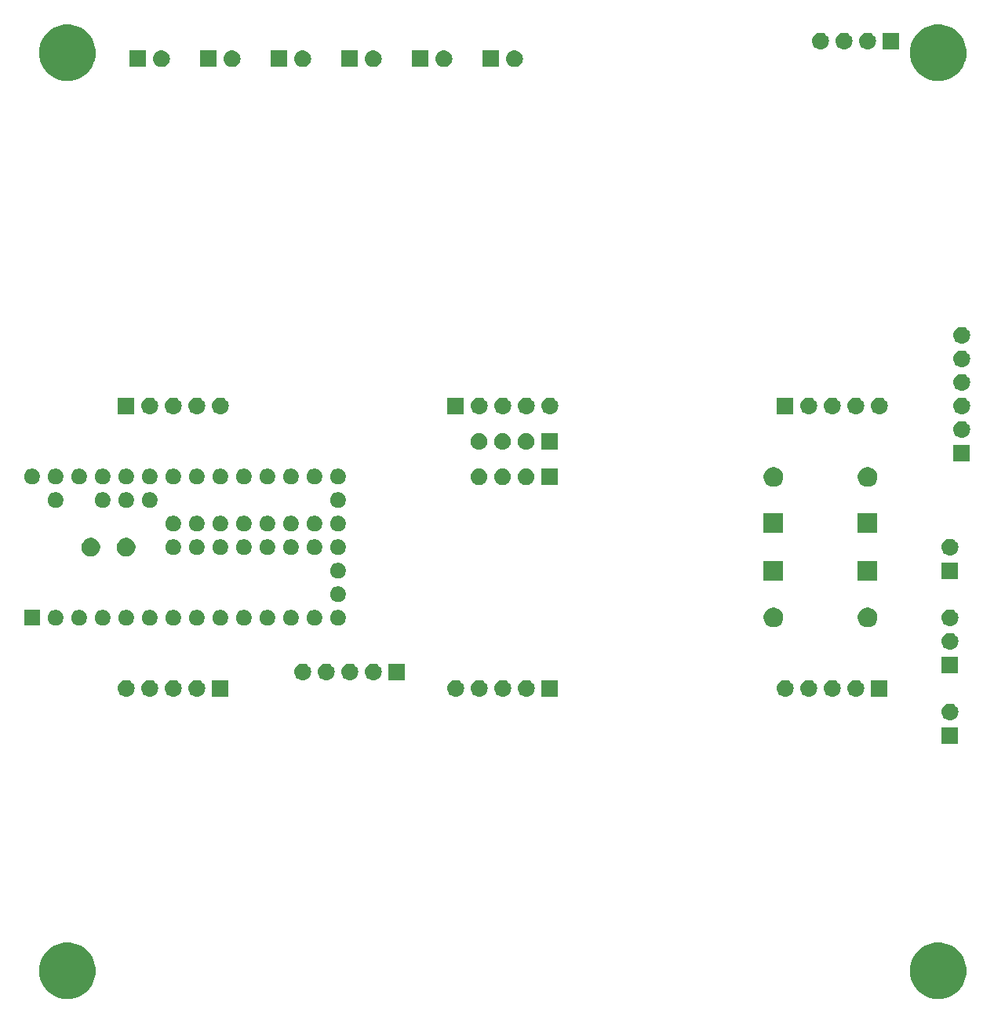
<source format=gbr>
G04 #@! TF.GenerationSoftware,KiCad,Pcbnew,(5.0.1)-3*
G04 #@! TF.CreationDate,2019-05-30T19:07:58-06:00*
G04 #@! TF.ProjectId,oMIDItone V2,6F4D494449746F6E652056322E6B6963,rev?*
G04 #@! TF.SameCoordinates,Original*
G04 #@! TF.FileFunction,Soldermask,Bot*
G04 #@! TF.FilePolarity,Negative*
%FSLAX46Y46*%
G04 Gerber Fmt 4.6, Leading zero omitted, Abs format (unit mm)*
G04 Created by KiCad (PCBNEW (5.0.1)-3) date 2019-05-30 7:07:58 PM*
%MOMM*%
%LPD*%
G01*
G04 APERTURE LIST*
%ADD10C,0.100000*%
G04 APERTURE END LIST*
D10*
G36*
X138049941Y-149466248D02*
X138049943Y-149466249D01*
X138049944Y-149466249D01*
X138605190Y-149696239D01*
X138605191Y-149696240D01*
X139104902Y-150030136D01*
X139529864Y-150455098D01*
X139529866Y-150455101D01*
X139863761Y-150954810D01*
X140093751Y-151510056D01*
X140093752Y-151510059D01*
X140211000Y-152099501D01*
X140211000Y-152700499D01*
X140184511Y-152833668D01*
X140093751Y-153289944D01*
X139863761Y-153845190D01*
X139796021Y-153946570D01*
X139529864Y-154344902D01*
X139104902Y-154769864D01*
X139104899Y-154769866D01*
X138605190Y-155103761D01*
X138049944Y-155333751D01*
X138049943Y-155333751D01*
X138049941Y-155333752D01*
X137460499Y-155451000D01*
X136859501Y-155451000D01*
X136270059Y-155333752D01*
X136270057Y-155333751D01*
X136270056Y-155333751D01*
X135714810Y-155103761D01*
X135215101Y-154769866D01*
X135215098Y-154769864D01*
X134790136Y-154344902D01*
X134523979Y-153946570D01*
X134456239Y-153845190D01*
X134226249Y-153289944D01*
X134135490Y-152833668D01*
X134109000Y-152700499D01*
X134109000Y-152099501D01*
X134226248Y-151510059D01*
X134226249Y-151510056D01*
X134456239Y-150954810D01*
X134790134Y-150455101D01*
X134790136Y-150455098D01*
X135215098Y-150030136D01*
X135714809Y-149696240D01*
X135714810Y-149696239D01*
X136270056Y-149466249D01*
X136270057Y-149466249D01*
X136270059Y-149466248D01*
X136859501Y-149349000D01*
X137460499Y-149349000D01*
X138049941Y-149466248D01*
X138049941Y-149466248D01*
G37*
G36*
X44069941Y-149466248D02*
X44069943Y-149466249D01*
X44069944Y-149466249D01*
X44625190Y-149696239D01*
X44625191Y-149696240D01*
X45124902Y-150030136D01*
X45549864Y-150455098D01*
X45549866Y-150455101D01*
X45883761Y-150954810D01*
X46113751Y-151510056D01*
X46113752Y-151510059D01*
X46231000Y-152099501D01*
X46231000Y-152700499D01*
X46204511Y-152833668D01*
X46113751Y-153289944D01*
X45883761Y-153845190D01*
X45816021Y-153946570D01*
X45549864Y-154344902D01*
X45124902Y-154769864D01*
X45124899Y-154769866D01*
X44625190Y-155103761D01*
X44069944Y-155333751D01*
X44069943Y-155333751D01*
X44069941Y-155333752D01*
X43480499Y-155451000D01*
X42879501Y-155451000D01*
X42290059Y-155333752D01*
X42290057Y-155333751D01*
X42290056Y-155333751D01*
X41734810Y-155103761D01*
X41235101Y-154769866D01*
X41235098Y-154769864D01*
X40810136Y-154344902D01*
X40543979Y-153946570D01*
X40476239Y-153845190D01*
X40246249Y-153289944D01*
X40155490Y-152833668D01*
X40129000Y-152700499D01*
X40129000Y-152099501D01*
X40246248Y-151510059D01*
X40246249Y-151510056D01*
X40476239Y-150954810D01*
X40810134Y-150455101D01*
X40810136Y-150455098D01*
X41235098Y-150030136D01*
X41734809Y-149696240D01*
X41734810Y-149696239D01*
X42290056Y-149466249D01*
X42290057Y-149466249D01*
X42290059Y-149466248D01*
X42879501Y-149349000D01*
X43480499Y-149349000D01*
X44069941Y-149466248D01*
X44069941Y-149466248D01*
G37*
G36*
X139331000Y-127901000D02*
X137529000Y-127901000D01*
X137529000Y-126099000D01*
X139331000Y-126099000D01*
X139331000Y-127901000D01*
X139331000Y-127901000D01*
G37*
G36*
X138540442Y-123565518D02*
X138606627Y-123572037D01*
X138719853Y-123606384D01*
X138776467Y-123623557D01*
X138915087Y-123697652D01*
X138932991Y-123707222D01*
X138968729Y-123736552D01*
X139070186Y-123819814D01*
X139153448Y-123921271D01*
X139182778Y-123957009D01*
X139182779Y-123957011D01*
X139266443Y-124113533D01*
X139266443Y-124113534D01*
X139317963Y-124283373D01*
X139335359Y-124460000D01*
X139317963Y-124636627D01*
X139283616Y-124749853D01*
X139266443Y-124806467D01*
X139192348Y-124945087D01*
X139182778Y-124962991D01*
X139153448Y-124998729D01*
X139070186Y-125100186D01*
X138968729Y-125183448D01*
X138932991Y-125212778D01*
X138932989Y-125212779D01*
X138776467Y-125296443D01*
X138719853Y-125313616D01*
X138606627Y-125347963D01*
X138540442Y-125354482D01*
X138474260Y-125361000D01*
X138385740Y-125361000D01*
X138319558Y-125354482D01*
X138253373Y-125347963D01*
X138140147Y-125313616D01*
X138083533Y-125296443D01*
X137927011Y-125212779D01*
X137927009Y-125212778D01*
X137891271Y-125183448D01*
X137789814Y-125100186D01*
X137706552Y-124998729D01*
X137677222Y-124962991D01*
X137667652Y-124945087D01*
X137593557Y-124806467D01*
X137576384Y-124749853D01*
X137542037Y-124636627D01*
X137524641Y-124460000D01*
X137542037Y-124283373D01*
X137593557Y-124113534D01*
X137593557Y-124113533D01*
X137677221Y-123957011D01*
X137677222Y-123957009D01*
X137706552Y-123921271D01*
X137789814Y-123819814D01*
X137891271Y-123736552D01*
X137927009Y-123707222D01*
X137944913Y-123697652D01*
X138083533Y-123623557D01*
X138140147Y-123606384D01*
X138253373Y-123572037D01*
X138319558Y-123565518D01*
X138385740Y-123559000D01*
X138474260Y-123559000D01*
X138540442Y-123565518D01*
X138540442Y-123565518D01*
G37*
G36*
X49640442Y-121025518D02*
X49706627Y-121032037D01*
X49819853Y-121066384D01*
X49876467Y-121083557D01*
X50015087Y-121157652D01*
X50032991Y-121167222D01*
X50068729Y-121196552D01*
X50170186Y-121279814D01*
X50253448Y-121381271D01*
X50282778Y-121417009D01*
X50282779Y-121417011D01*
X50366443Y-121573533D01*
X50366443Y-121573534D01*
X50417963Y-121743373D01*
X50435359Y-121920000D01*
X50417963Y-122096627D01*
X50383616Y-122209853D01*
X50366443Y-122266467D01*
X50292348Y-122405087D01*
X50282778Y-122422991D01*
X50253448Y-122458729D01*
X50170186Y-122560186D01*
X50068729Y-122643448D01*
X50032991Y-122672778D01*
X50032989Y-122672779D01*
X49876467Y-122756443D01*
X49819853Y-122773616D01*
X49706627Y-122807963D01*
X49640443Y-122814481D01*
X49574260Y-122821000D01*
X49485740Y-122821000D01*
X49419557Y-122814481D01*
X49353373Y-122807963D01*
X49240147Y-122773616D01*
X49183533Y-122756443D01*
X49027011Y-122672779D01*
X49027009Y-122672778D01*
X48991271Y-122643448D01*
X48889814Y-122560186D01*
X48806552Y-122458729D01*
X48777222Y-122422991D01*
X48767652Y-122405087D01*
X48693557Y-122266467D01*
X48676384Y-122209853D01*
X48642037Y-122096627D01*
X48624641Y-121920000D01*
X48642037Y-121743373D01*
X48693557Y-121573534D01*
X48693557Y-121573533D01*
X48777221Y-121417011D01*
X48777222Y-121417009D01*
X48806552Y-121381271D01*
X48889814Y-121279814D01*
X48991271Y-121196552D01*
X49027009Y-121167222D01*
X49044913Y-121157652D01*
X49183533Y-121083557D01*
X49240147Y-121066384D01*
X49353373Y-121032037D01*
X49419558Y-121025518D01*
X49485740Y-121019000D01*
X49574260Y-121019000D01*
X49640442Y-121025518D01*
X49640442Y-121025518D01*
G37*
G36*
X52180442Y-121025518D02*
X52246627Y-121032037D01*
X52359853Y-121066384D01*
X52416467Y-121083557D01*
X52555087Y-121157652D01*
X52572991Y-121167222D01*
X52608729Y-121196552D01*
X52710186Y-121279814D01*
X52793448Y-121381271D01*
X52822778Y-121417009D01*
X52822779Y-121417011D01*
X52906443Y-121573533D01*
X52906443Y-121573534D01*
X52957963Y-121743373D01*
X52975359Y-121920000D01*
X52957963Y-122096627D01*
X52923616Y-122209853D01*
X52906443Y-122266467D01*
X52832348Y-122405087D01*
X52822778Y-122422991D01*
X52793448Y-122458729D01*
X52710186Y-122560186D01*
X52608729Y-122643448D01*
X52572991Y-122672778D01*
X52572989Y-122672779D01*
X52416467Y-122756443D01*
X52359853Y-122773616D01*
X52246627Y-122807963D01*
X52180443Y-122814481D01*
X52114260Y-122821000D01*
X52025740Y-122821000D01*
X51959557Y-122814481D01*
X51893373Y-122807963D01*
X51780147Y-122773616D01*
X51723533Y-122756443D01*
X51567011Y-122672779D01*
X51567009Y-122672778D01*
X51531271Y-122643448D01*
X51429814Y-122560186D01*
X51346552Y-122458729D01*
X51317222Y-122422991D01*
X51307652Y-122405087D01*
X51233557Y-122266467D01*
X51216384Y-122209853D01*
X51182037Y-122096627D01*
X51164641Y-121920000D01*
X51182037Y-121743373D01*
X51233557Y-121573534D01*
X51233557Y-121573533D01*
X51317221Y-121417011D01*
X51317222Y-121417009D01*
X51346552Y-121381271D01*
X51429814Y-121279814D01*
X51531271Y-121196552D01*
X51567009Y-121167222D01*
X51584913Y-121157652D01*
X51723533Y-121083557D01*
X51780147Y-121066384D01*
X51893373Y-121032037D01*
X51959558Y-121025518D01*
X52025740Y-121019000D01*
X52114260Y-121019000D01*
X52180442Y-121025518D01*
X52180442Y-121025518D01*
G37*
G36*
X54720442Y-121025518D02*
X54786627Y-121032037D01*
X54899853Y-121066384D01*
X54956467Y-121083557D01*
X55095087Y-121157652D01*
X55112991Y-121167222D01*
X55148729Y-121196552D01*
X55250186Y-121279814D01*
X55333448Y-121381271D01*
X55362778Y-121417009D01*
X55362779Y-121417011D01*
X55446443Y-121573533D01*
X55446443Y-121573534D01*
X55497963Y-121743373D01*
X55515359Y-121920000D01*
X55497963Y-122096627D01*
X55463616Y-122209853D01*
X55446443Y-122266467D01*
X55372348Y-122405087D01*
X55362778Y-122422991D01*
X55333448Y-122458729D01*
X55250186Y-122560186D01*
X55148729Y-122643448D01*
X55112991Y-122672778D01*
X55112989Y-122672779D01*
X54956467Y-122756443D01*
X54899853Y-122773616D01*
X54786627Y-122807963D01*
X54720443Y-122814481D01*
X54654260Y-122821000D01*
X54565740Y-122821000D01*
X54499557Y-122814481D01*
X54433373Y-122807963D01*
X54320147Y-122773616D01*
X54263533Y-122756443D01*
X54107011Y-122672779D01*
X54107009Y-122672778D01*
X54071271Y-122643448D01*
X53969814Y-122560186D01*
X53886552Y-122458729D01*
X53857222Y-122422991D01*
X53847652Y-122405087D01*
X53773557Y-122266467D01*
X53756384Y-122209853D01*
X53722037Y-122096627D01*
X53704641Y-121920000D01*
X53722037Y-121743373D01*
X53773557Y-121573534D01*
X53773557Y-121573533D01*
X53857221Y-121417011D01*
X53857222Y-121417009D01*
X53886552Y-121381271D01*
X53969814Y-121279814D01*
X54071271Y-121196552D01*
X54107009Y-121167222D01*
X54124913Y-121157652D01*
X54263533Y-121083557D01*
X54320147Y-121066384D01*
X54433373Y-121032037D01*
X54499558Y-121025518D01*
X54565740Y-121019000D01*
X54654260Y-121019000D01*
X54720442Y-121025518D01*
X54720442Y-121025518D01*
G37*
G36*
X85200442Y-121025518D02*
X85266627Y-121032037D01*
X85379853Y-121066384D01*
X85436467Y-121083557D01*
X85575087Y-121157652D01*
X85592991Y-121167222D01*
X85628729Y-121196552D01*
X85730186Y-121279814D01*
X85813448Y-121381271D01*
X85842778Y-121417009D01*
X85842779Y-121417011D01*
X85926443Y-121573533D01*
X85926443Y-121573534D01*
X85977963Y-121743373D01*
X85995359Y-121920000D01*
X85977963Y-122096627D01*
X85943616Y-122209853D01*
X85926443Y-122266467D01*
X85852348Y-122405087D01*
X85842778Y-122422991D01*
X85813448Y-122458729D01*
X85730186Y-122560186D01*
X85628729Y-122643448D01*
X85592991Y-122672778D01*
X85592989Y-122672779D01*
X85436467Y-122756443D01*
X85379853Y-122773616D01*
X85266627Y-122807963D01*
X85200443Y-122814481D01*
X85134260Y-122821000D01*
X85045740Y-122821000D01*
X84979557Y-122814481D01*
X84913373Y-122807963D01*
X84800147Y-122773616D01*
X84743533Y-122756443D01*
X84587011Y-122672779D01*
X84587009Y-122672778D01*
X84551271Y-122643448D01*
X84449814Y-122560186D01*
X84366552Y-122458729D01*
X84337222Y-122422991D01*
X84327652Y-122405087D01*
X84253557Y-122266467D01*
X84236384Y-122209853D01*
X84202037Y-122096627D01*
X84184641Y-121920000D01*
X84202037Y-121743373D01*
X84253557Y-121573534D01*
X84253557Y-121573533D01*
X84337221Y-121417011D01*
X84337222Y-121417009D01*
X84366552Y-121381271D01*
X84449814Y-121279814D01*
X84551271Y-121196552D01*
X84587009Y-121167222D01*
X84604913Y-121157652D01*
X84743533Y-121083557D01*
X84800147Y-121066384D01*
X84913373Y-121032037D01*
X84979558Y-121025518D01*
X85045740Y-121019000D01*
X85134260Y-121019000D01*
X85200442Y-121025518D01*
X85200442Y-121025518D01*
G37*
G36*
X87740442Y-121025518D02*
X87806627Y-121032037D01*
X87919853Y-121066384D01*
X87976467Y-121083557D01*
X88115087Y-121157652D01*
X88132991Y-121167222D01*
X88168729Y-121196552D01*
X88270186Y-121279814D01*
X88353448Y-121381271D01*
X88382778Y-121417009D01*
X88382779Y-121417011D01*
X88466443Y-121573533D01*
X88466443Y-121573534D01*
X88517963Y-121743373D01*
X88535359Y-121920000D01*
X88517963Y-122096627D01*
X88483616Y-122209853D01*
X88466443Y-122266467D01*
X88392348Y-122405087D01*
X88382778Y-122422991D01*
X88353448Y-122458729D01*
X88270186Y-122560186D01*
X88168729Y-122643448D01*
X88132991Y-122672778D01*
X88132989Y-122672779D01*
X87976467Y-122756443D01*
X87919853Y-122773616D01*
X87806627Y-122807963D01*
X87740443Y-122814481D01*
X87674260Y-122821000D01*
X87585740Y-122821000D01*
X87519557Y-122814481D01*
X87453373Y-122807963D01*
X87340147Y-122773616D01*
X87283533Y-122756443D01*
X87127011Y-122672779D01*
X87127009Y-122672778D01*
X87091271Y-122643448D01*
X86989814Y-122560186D01*
X86906552Y-122458729D01*
X86877222Y-122422991D01*
X86867652Y-122405087D01*
X86793557Y-122266467D01*
X86776384Y-122209853D01*
X86742037Y-122096627D01*
X86724641Y-121920000D01*
X86742037Y-121743373D01*
X86793557Y-121573534D01*
X86793557Y-121573533D01*
X86877221Y-121417011D01*
X86877222Y-121417009D01*
X86906552Y-121381271D01*
X86989814Y-121279814D01*
X87091271Y-121196552D01*
X87127009Y-121167222D01*
X87144913Y-121157652D01*
X87283533Y-121083557D01*
X87340147Y-121066384D01*
X87453373Y-121032037D01*
X87519558Y-121025518D01*
X87585740Y-121019000D01*
X87674260Y-121019000D01*
X87740442Y-121025518D01*
X87740442Y-121025518D01*
G37*
G36*
X90280442Y-121025518D02*
X90346627Y-121032037D01*
X90459853Y-121066384D01*
X90516467Y-121083557D01*
X90655087Y-121157652D01*
X90672991Y-121167222D01*
X90708729Y-121196552D01*
X90810186Y-121279814D01*
X90893448Y-121381271D01*
X90922778Y-121417009D01*
X90922779Y-121417011D01*
X91006443Y-121573533D01*
X91006443Y-121573534D01*
X91057963Y-121743373D01*
X91075359Y-121920000D01*
X91057963Y-122096627D01*
X91023616Y-122209853D01*
X91006443Y-122266467D01*
X90932348Y-122405087D01*
X90922778Y-122422991D01*
X90893448Y-122458729D01*
X90810186Y-122560186D01*
X90708729Y-122643448D01*
X90672991Y-122672778D01*
X90672989Y-122672779D01*
X90516467Y-122756443D01*
X90459853Y-122773616D01*
X90346627Y-122807963D01*
X90280443Y-122814481D01*
X90214260Y-122821000D01*
X90125740Y-122821000D01*
X90059557Y-122814481D01*
X89993373Y-122807963D01*
X89880147Y-122773616D01*
X89823533Y-122756443D01*
X89667011Y-122672779D01*
X89667009Y-122672778D01*
X89631271Y-122643448D01*
X89529814Y-122560186D01*
X89446552Y-122458729D01*
X89417222Y-122422991D01*
X89407652Y-122405087D01*
X89333557Y-122266467D01*
X89316384Y-122209853D01*
X89282037Y-122096627D01*
X89264641Y-121920000D01*
X89282037Y-121743373D01*
X89333557Y-121573534D01*
X89333557Y-121573533D01*
X89417221Y-121417011D01*
X89417222Y-121417009D01*
X89446552Y-121381271D01*
X89529814Y-121279814D01*
X89631271Y-121196552D01*
X89667009Y-121167222D01*
X89684913Y-121157652D01*
X89823533Y-121083557D01*
X89880147Y-121066384D01*
X89993373Y-121032037D01*
X90059558Y-121025518D01*
X90125740Y-121019000D01*
X90214260Y-121019000D01*
X90280442Y-121025518D01*
X90280442Y-121025518D01*
G37*
G36*
X92820442Y-121025518D02*
X92886627Y-121032037D01*
X92999853Y-121066384D01*
X93056467Y-121083557D01*
X93195087Y-121157652D01*
X93212991Y-121167222D01*
X93248729Y-121196552D01*
X93350186Y-121279814D01*
X93433448Y-121381271D01*
X93462778Y-121417009D01*
X93462779Y-121417011D01*
X93546443Y-121573533D01*
X93546443Y-121573534D01*
X93597963Y-121743373D01*
X93615359Y-121920000D01*
X93597963Y-122096627D01*
X93563616Y-122209853D01*
X93546443Y-122266467D01*
X93472348Y-122405087D01*
X93462778Y-122422991D01*
X93433448Y-122458729D01*
X93350186Y-122560186D01*
X93248729Y-122643448D01*
X93212991Y-122672778D01*
X93212989Y-122672779D01*
X93056467Y-122756443D01*
X92999853Y-122773616D01*
X92886627Y-122807963D01*
X92820443Y-122814481D01*
X92754260Y-122821000D01*
X92665740Y-122821000D01*
X92599557Y-122814481D01*
X92533373Y-122807963D01*
X92420147Y-122773616D01*
X92363533Y-122756443D01*
X92207011Y-122672779D01*
X92207009Y-122672778D01*
X92171271Y-122643448D01*
X92069814Y-122560186D01*
X91986552Y-122458729D01*
X91957222Y-122422991D01*
X91947652Y-122405087D01*
X91873557Y-122266467D01*
X91856384Y-122209853D01*
X91822037Y-122096627D01*
X91804641Y-121920000D01*
X91822037Y-121743373D01*
X91873557Y-121573534D01*
X91873557Y-121573533D01*
X91957221Y-121417011D01*
X91957222Y-121417009D01*
X91986552Y-121381271D01*
X92069814Y-121279814D01*
X92171271Y-121196552D01*
X92207009Y-121167222D01*
X92224913Y-121157652D01*
X92363533Y-121083557D01*
X92420147Y-121066384D01*
X92533373Y-121032037D01*
X92599558Y-121025518D01*
X92665740Y-121019000D01*
X92754260Y-121019000D01*
X92820442Y-121025518D01*
X92820442Y-121025518D01*
G37*
G36*
X120760442Y-121025518D02*
X120826627Y-121032037D01*
X120939853Y-121066384D01*
X120996467Y-121083557D01*
X121135087Y-121157652D01*
X121152991Y-121167222D01*
X121188729Y-121196552D01*
X121290186Y-121279814D01*
X121373448Y-121381271D01*
X121402778Y-121417009D01*
X121402779Y-121417011D01*
X121486443Y-121573533D01*
X121486443Y-121573534D01*
X121537963Y-121743373D01*
X121555359Y-121920000D01*
X121537963Y-122096627D01*
X121503616Y-122209853D01*
X121486443Y-122266467D01*
X121412348Y-122405087D01*
X121402778Y-122422991D01*
X121373448Y-122458729D01*
X121290186Y-122560186D01*
X121188729Y-122643448D01*
X121152991Y-122672778D01*
X121152989Y-122672779D01*
X120996467Y-122756443D01*
X120939853Y-122773616D01*
X120826627Y-122807963D01*
X120760443Y-122814481D01*
X120694260Y-122821000D01*
X120605740Y-122821000D01*
X120539557Y-122814481D01*
X120473373Y-122807963D01*
X120360147Y-122773616D01*
X120303533Y-122756443D01*
X120147011Y-122672779D01*
X120147009Y-122672778D01*
X120111271Y-122643448D01*
X120009814Y-122560186D01*
X119926552Y-122458729D01*
X119897222Y-122422991D01*
X119887652Y-122405087D01*
X119813557Y-122266467D01*
X119796384Y-122209853D01*
X119762037Y-122096627D01*
X119744641Y-121920000D01*
X119762037Y-121743373D01*
X119813557Y-121573534D01*
X119813557Y-121573533D01*
X119897221Y-121417011D01*
X119897222Y-121417009D01*
X119926552Y-121381271D01*
X120009814Y-121279814D01*
X120111271Y-121196552D01*
X120147009Y-121167222D01*
X120164913Y-121157652D01*
X120303533Y-121083557D01*
X120360147Y-121066384D01*
X120473373Y-121032037D01*
X120539558Y-121025518D01*
X120605740Y-121019000D01*
X120694260Y-121019000D01*
X120760442Y-121025518D01*
X120760442Y-121025518D01*
G37*
G36*
X123300442Y-121025518D02*
X123366627Y-121032037D01*
X123479853Y-121066384D01*
X123536467Y-121083557D01*
X123675087Y-121157652D01*
X123692991Y-121167222D01*
X123728729Y-121196552D01*
X123830186Y-121279814D01*
X123913448Y-121381271D01*
X123942778Y-121417009D01*
X123942779Y-121417011D01*
X124026443Y-121573533D01*
X124026443Y-121573534D01*
X124077963Y-121743373D01*
X124095359Y-121920000D01*
X124077963Y-122096627D01*
X124043616Y-122209853D01*
X124026443Y-122266467D01*
X123952348Y-122405087D01*
X123942778Y-122422991D01*
X123913448Y-122458729D01*
X123830186Y-122560186D01*
X123728729Y-122643448D01*
X123692991Y-122672778D01*
X123692989Y-122672779D01*
X123536467Y-122756443D01*
X123479853Y-122773616D01*
X123366627Y-122807963D01*
X123300443Y-122814481D01*
X123234260Y-122821000D01*
X123145740Y-122821000D01*
X123079557Y-122814481D01*
X123013373Y-122807963D01*
X122900147Y-122773616D01*
X122843533Y-122756443D01*
X122687011Y-122672779D01*
X122687009Y-122672778D01*
X122651271Y-122643448D01*
X122549814Y-122560186D01*
X122466552Y-122458729D01*
X122437222Y-122422991D01*
X122427652Y-122405087D01*
X122353557Y-122266467D01*
X122336384Y-122209853D01*
X122302037Y-122096627D01*
X122284641Y-121920000D01*
X122302037Y-121743373D01*
X122353557Y-121573534D01*
X122353557Y-121573533D01*
X122437221Y-121417011D01*
X122437222Y-121417009D01*
X122466552Y-121381271D01*
X122549814Y-121279814D01*
X122651271Y-121196552D01*
X122687009Y-121167222D01*
X122704913Y-121157652D01*
X122843533Y-121083557D01*
X122900147Y-121066384D01*
X123013373Y-121032037D01*
X123079558Y-121025518D01*
X123145740Y-121019000D01*
X123234260Y-121019000D01*
X123300442Y-121025518D01*
X123300442Y-121025518D01*
G37*
G36*
X125840442Y-121025518D02*
X125906627Y-121032037D01*
X126019853Y-121066384D01*
X126076467Y-121083557D01*
X126215087Y-121157652D01*
X126232991Y-121167222D01*
X126268729Y-121196552D01*
X126370186Y-121279814D01*
X126453448Y-121381271D01*
X126482778Y-121417009D01*
X126482779Y-121417011D01*
X126566443Y-121573533D01*
X126566443Y-121573534D01*
X126617963Y-121743373D01*
X126635359Y-121920000D01*
X126617963Y-122096627D01*
X126583616Y-122209853D01*
X126566443Y-122266467D01*
X126492348Y-122405087D01*
X126482778Y-122422991D01*
X126453448Y-122458729D01*
X126370186Y-122560186D01*
X126268729Y-122643448D01*
X126232991Y-122672778D01*
X126232989Y-122672779D01*
X126076467Y-122756443D01*
X126019853Y-122773616D01*
X125906627Y-122807963D01*
X125840443Y-122814481D01*
X125774260Y-122821000D01*
X125685740Y-122821000D01*
X125619557Y-122814481D01*
X125553373Y-122807963D01*
X125440147Y-122773616D01*
X125383533Y-122756443D01*
X125227011Y-122672779D01*
X125227009Y-122672778D01*
X125191271Y-122643448D01*
X125089814Y-122560186D01*
X125006552Y-122458729D01*
X124977222Y-122422991D01*
X124967652Y-122405087D01*
X124893557Y-122266467D01*
X124876384Y-122209853D01*
X124842037Y-122096627D01*
X124824641Y-121920000D01*
X124842037Y-121743373D01*
X124893557Y-121573534D01*
X124893557Y-121573533D01*
X124977221Y-121417011D01*
X124977222Y-121417009D01*
X125006552Y-121381271D01*
X125089814Y-121279814D01*
X125191271Y-121196552D01*
X125227009Y-121167222D01*
X125244913Y-121157652D01*
X125383533Y-121083557D01*
X125440147Y-121066384D01*
X125553373Y-121032037D01*
X125619558Y-121025518D01*
X125685740Y-121019000D01*
X125774260Y-121019000D01*
X125840442Y-121025518D01*
X125840442Y-121025518D01*
G37*
G36*
X128380442Y-121025518D02*
X128446627Y-121032037D01*
X128559853Y-121066384D01*
X128616467Y-121083557D01*
X128755087Y-121157652D01*
X128772991Y-121167222D01*
X128808729Y-121196552D01*
X128910186Y-121279814D01*
X128993448Y-121381271D01*
X129022778Y-121417009D01*
X129022779Y-121417011D01*
X129106443Y-121573533D01*
X129106443Y-121573534D01*
X129157963Y-121743373D01*
X129175359Y-121920000D01*
X129157963Y-122096627D01*
X129123616Y-122209853D01*
X129106443Y-122266467D01*
X129032348Y-122405087D01*
X129022778Y-122422991D01*
X128993448Y-122458729D01*
X128910186Y-122560186D01*
X128808729Y-122643448D01*
X128772991Y-122672778D01*
X128772989Y-122672779D01*
X128616467Y-122756443D01*
X128559853Y-122773616D01*
X128446627Y-122807963D01*
X128380443Y-122814481D01*
X128314260Y-122821000D01*
X128225740Y-122821000D01*
X128159557Y-122814481D01*
X128093373Y-122807963D01*
X127980147Y-122773616D01*
X127923533Y-122756443D01*
X127767011Y-122672779D01*
X127767009Y-122672778D01*
X127731271Y-122643448D01*
X127629814Y-122560186D01*
X127546552Y-122458729D01*
X127517222Y-122422991D01*
X127507652Y-122405087D01*
X127433557Y-122266467D01*
X127416384Y-122209853D01*
X127382037Y-122096627D01*
X127364641Y-121920000D01*
X127382037Y-121743373D01*
X127433557Y-121573534D01*
X127433557Y-121573533D01*
X127517221Y-121417011D01*
X127517222Y-121417009D01*
X127546552Y-121381271D01*
X127629814Y-121279814D01*
X127731271Y-121196552D01*
X127767009Y-121167222D01*
X127784913Y-121157652D01*
X127923533Y-121083557D01*
X127980147Y-121066384D01*
X128093373Y-121032037D01*
X128159558Y-121025518D01*
X128225740Y-121019000D01*
X128314260Y-121019000D01*
X128380442Y-121025518D01*
X128380442Y-121025518D01*
G37*
G36*
X131711000Y-122821000D02*
X129909000Y-122821000D01*
X129909000Y-121019000D01*
X131711000Y-121019000D01*
X131711000Y-122821000D01*
X131711000Y-122821000D01*
G37*
G36*
X60591000Y-122821000D02*
X58789000Y-122821000D01*
X58789000Y-121019000D01*
X60591000Y-121019000D01*
X60591000Y-122821000D01*
X60591000Y-122821000D01*
G37*
G36*
X57260442Y-121025518D02*
X57326627Y-121032037D01*
X57439853Y-121066384D01*
X57496467Y-121083557D01*
X57635087Y-121157652D01*
X57652991Y-121167222D01*
X57688729Y-121196552D01*
X57790186Y-121279814D01*
X57873448Y-121381271D01*
X57902778Y-121417009D01*
X57902779Y-121417011D01*
X57986443Y-121573533D01*
X57986443Y-121573534D01*
X58037963Y-121743373D01*
X58055359Y-121920000D01*
X58037963Y-122096627D01*
X58003616Y-122209853D01*
X57986443Y-122266467D01*
X57912348Y-122405087D01*
X57902778Y-122422991D01*
X57873448Y-122458729D01*
X57790186Y-122560186D01*
X57688729Y-122643448D01*
X57652991Y-122672778D01*
X57652989Y-122672779D01*
X57496467Y-122756443D01*
X57439853Y-122773616D01*
X57326627Y-122807963D01*
X57260443Y-122814481D01*
X57194260Y-122821000D01*
X57105740Y-122821000D01*
X57039557Y-122814481D01*
X56973373Y-122807963D01*
X56860147Y-122773616D01*
X56803533Y-122756443D01*
X56647011Y-122672779D01*
X56647009Y-122672778D01*
X56611271Y-122643448D01*
X56509814Y-122560186D01*
X56426552Y-122458729D01*
X56397222Y-122422991D01*
X56387652Y-122405087D01*
X56313557Y-122266467D01*
X56296384Y-122209853D01*
X56262037Y-122096627D01*
X56244641Y-121920000D01*
X56262037Y-121743373D01*
X56313557Y-121573534D01*
X56313557Y-121573533D01*
X56397221Y-121417011D01*
X56397222Y-121417009D01*
X56426552Y-121381271D01*
X56509814Y-121279814D01*
X56611271Y-121196552D01*
X56647009Y-121167222D01*
X56664913Y-121157652D01*
X56803533Y-121083557D01*
X56860147Y-121066384D01*
X56973373Y-121032037D01*
X57039558Y-121025518D01*
X57105740Y-121019000D01*
X57194260Y-121019000D01*
X57260442Y-121025518D01*
X57260442Y-121025518D01*
G37*
G36*
X96151000Y-122821000D02*
X94349000Y-122821000D01*
X94349000Y-121019000D01*
X96151000Y-121019000D01*
X96151000Y-122821000D01*
X96151000Y-122821000D01*
G37*
G36*
X79641000Y-121043000D02*
X77839000Y-121043000D01*
X77839000Y-119241000D01*
X79641000Y-119241000D01*
X79641000Y-121043000D01*
X79641000Y-121043000D01*
G37*
G36*
X76310443Y-119247519D02*
X76376627Y-119254037D01*
X76489853Y-119288384D01*
X76546467Y-119305557D01*
X76685087Y-119379652D01*
X76702991Y-119389222D01*
X76738729Y-119418552D01*
X76840186Y-119501814D01*
X76923448Y-119603271D01*
X76952778Y-119639009D01*
X76952779Y-119639011D01*
X77036443Y-119795533D01*
X77036443Y-119795534D01*
X77087963Y-119965373D01*
X77105359Y-120142000D01*
X77087963Y-120318627D01*
X77053616Y-120431853D01*
X77036443Y-120488467D01*
X76962348Y-120627087D01*
X76952778Y-120644991D01*
X76923448Y-120680729D01*
X76840186Y-120782186D01*
X76738729Y-120865448D01*
X76702991Y-120894778D01*
X76702989Y-120894779D01*
X76546467Y-120978443D01*
X76489853Y-120995616D01*
X76376627Y-121029963D01*
X76310442Y-121036482D01*
X76244260Y-121043000D01*
X76155740Y-121043000D01*
X76089558Y-121036482D01*
X76023373Y-121029963D01*
X75910147Y-120995616D01*
X75853533Y-120978443D01*
X75697011Y-120894779D01*
X75697009Y-120894778D01*
X75661271Y-120865448D01*
X75559814Y-120782186D01*
X75476552Y-120680729D01*
X75447222Y-120644991D01*
X75437652Y-120627087D01*
X75363557Y-120488467D01*
X75346384Y-120431853D01*
X75312037Y-120318627D01*
X75294641Y-120142000D01*
X75312037Y-119965373D01*
X75363557Y-119795534D01*
X75363557Y-119795533D01*
X75447221Y-119639011D01*
X75447222Y-119639009D01*
X75476552Y-119603271D01*
X75559814Y-119501814D01*
X75661271Y-119418552D01*
X75697009Y-119389222D01*
X75714913Y-119379652D01*
X75853533Y-119305557D01*
X75910147Y-119288384D01*
X76023373Y-119254037D01*
X76089557Y-119247519D01*
X76155740Y-119241000D01*
X76244260Y-119241000D01*
X76310443Y-119247519D01*
X76310443Y-119247519D01*
G37*
G36*
X73770443Y-119247519D02*
X73836627Y-119254037D01*
X73949853Y-119288384D01*
X74006467Y-119305557D01*
X74145087Y-119379652D01*
X74162991Y-119389222D01*
X74198729Y-119418552D01*
X74300186Y-119501814D01*
X74383448Y-119603271D01*
X74412778Y-119639009D01*
X74412779Y-119639011D01*
X74496443Y-119795533D01*
X74496443Y-119795534D01*
X74547963Y-119965373D01*
X74565359Y-120142000D01*
X74547963Y-120318627D01*
X74513616Y-120431853D01*
X74496443Y-120488467D01*
X74422348Y-120627087D01*
X74412778Y-120644991D01*
X74383448Y-120680729D01*
X74300186Y-120782186D01*
X74198729Y-120865448D01*
X74162991Y-120894778D01*
X74162989Y-120894779D01*
X74006467Y-120978443D01*
X73949853Y-120995616D01*
X73836627Y-121029963D01*
X73770442Y-121036482D01*
X73704260Y-121043000D01*
X73615740Y-121043000D01*
X73549558Y-121036482D01*
X73483373Y-121029963D01*
X73370147Y-120995616D01*
X73313533Y-120978443D01*
X73157011Y-120894779D01*
X73157009Y-120894778D01*
X73121271Y-120865448D01*
X73019814Y-120782186D01*
X72936552Y-120680729D01*
X72907222Y-120644991D01*
X72897652Y-120627087D01*
X72823557Y-120488467D01*
X72806384Y-120431853D01*
X72772037Y-120318627D01*
X72754641Y-120142000D01*
X72772037Y-119965373D01*
X72823557Y-119795534D01*
X72823557Y-119795533D01*
X72907221Y-119639011D01*
X72907222Y-119639009D01*
X72936552Y-119603271D01*
X73019814Y-119501814D01*
X73121271Y-119418552D01*
X73157009Y-119389222D01*
X73174913Y-119379652D01*
X73313533Y-119305557D01*
X73370147Y-119288384D01*
X73483373Y-119254037D01*
X73549557Y-119247519D01*
X73615740Y-119241000D01*
X73704260Y-119241000D01*
X73770443Y-119247519D01*
X73770443Y-119247519D01*
G37*
G36*
X71230443Y-119247519D02*
X71296627Y-119254037D01*
X71409853Y-119288384D01*
X71466467Y-119305557D01*
X71605087Y-119379652D01*
X71622991Y-119389222D01*
X71658729Y-119418552D01*
X71760186Y-119501814D01*
X71843448Y-119603271D01*
X71872778Y-119639009D01*
X71872779Y-119639011D01*
X71956443Y-119795533D01*
X71956443Y-119795534D01*
X72007963Y-119965373D01*
X72025359Y-120142000D01*
X72007963Y-120318627D01*
X71973616Y-120431853D01*
X71956443Y-120488467D01*
X71882348Y-120627087D01*
X71872778Y-120644991D01*
X71843448Y-120680729D01*
X71760186Y-120782186D01*
X71658729Y-120865448D01*
X71622991Y-120894778D01*
X71622989Y-120894779D01*
X71466467Y-120978443D01*
X71409853Y-120995616D01*
X71296627Y-121029963D01*
X71230442Y-121036482D01*
X71164260Y-121043000D01*
X71075740Y-121043000D01*
X71009558Y-121036482D01*
X70943373Y-121029963D01*
X70830147Y-120995616D01*
X70773533Y-120978443D01*
X70617011Y-120894779D01*
X70617009Y-120894778D01*
X70581271Y-120865448D01*
X70479814Y-120782186D01*
X70396552Y-120680729D01*
X70367222Y-120644991D01*
X70357652Y-120627087D01*
X70283557Y-120488467D01*
X70266384Y-120431853D01*
X70232037Y-120318627D01*
X70214641Y-120142000D01*
X70232037Y-119965373D01*
X70283557Y-119795534D01*
X70283557Y-119795533D01*
X70367221Y-119639011D01*
X70367222Y-119639009D01*
X70396552Y-119603271D01*
X70479814Y-119501814D01*
X70581271Y-119418552D01*
X70617009Y-119389222D01*
X70634913Y-119379652D01*
X70773533Y-119305557D01*
X70830147Y-119288384D01*
X70943373Y-119254037D01*
X71009557Y-119247519D01*
X71075740Y-119241000D01*
X71164260Y-119241000D01*
X71230443Y-119247519D01*
X71230443Y-119247519D01*
G37*
G36*
X68690443Y-119247519D02*
X68756627Y-119254037D01*
X68869853Y-119288384D01*
X68926467Y-119305557D01*
X69065087Y-119379652D01*
X69082991Y-119389222D01*
X69118729Y-119418552D01*
X69220186Y-119501814D01*
X69303448Y-119603271D01*
X69332778Y-119639009D01*
X69332779Y-119639011D01*
X69416443Y-119795533D01*
X69416443Y-119795534D01*
X69467963Y-119965373D01*
X69485359Y-120142000D01*
X69467963Y-120318627D01*
X69433616Y-120431853D01*
X69416443Y-120488467D01*
X69342348Y-120627087D01*
X69332778Y-120644991D01*
X69303448Y-120680729D01*
X69220186Y-120782186D01*
X69118729Y-120865448D01*
X69082991Y-120894778D01*
X69082989Y-120894779D01*
X68926467Y-120978443D01*
X68869853Y-120995616D01*
X68756627Y-121029963D01*
X68690442Y-121036482D01*
X68624260Y-121043000D01*
X68535740Y-121043000D01*
X68469558Y-121036482D01*
X68403373Y-121029963D01*
X68290147Y-120995616D01*
X68233533Y-120978443D01*
X68077011Y-120894779D01*
X68077009Y-120894778D01*
X68041271Y-120865448D01*
X67939814Y-120782186D01*
X67856552Y-120680729D01*
X67827222Y-120644991D01*
X67817652Y-120627087D01*
X67743557Y-120488467D01*
X67726384Y-120431853D01*
X67692037Y-120318627D01*
X67674641Y-120142000D01*
X67692037Y-119965373D01*
X67743557Y-119795534D01*
X67743557Y-119795533D01*
X67827221Y-119639011D01*
X67827222Y-119639009D01*
X67856552Y-119603271D01*
X67939814Y-119501814D01*
X68041271Y-119418552D01*
X68077009Y-119389222D01*
X68094913Y-119379652D01*
X68233533Y-119305557D01*
X68290147Y-119288384D01*
X68403373Y-119254037D01*
X68469557Y-119247519D01*
X68535740Y-119241000D01*
X68624260Y-119241000D01*
X68690443Y-119247519D01*
X68690443Y-119247519D01*
G37*
G36*
X139331000Y-120281000D02*
X137529000Y-120281000D01*
X137529000Y-118479000D01*
X139331000Y-118479000D01*
X139331000Y-120281000D01*
X139331000Y-120281000D01*
G37*
G36*
X138540442Y-115945518D02*
X138606627Y-115952037D01*
X138719853Y-115986384D01*
X138776467Y-116003557D01*
X138915087Y-116077652D01*
X138932991Y-116087222D01*
X138968729Y-116116552D01*
X139070186Y-116199814D01*
X139153448Y-116301271D01*
X139182778Y-116337009D01*
X139182779Y-116337011D01*
X139266443Y-116493533D01*
X139266443Y-116493534D01*
X139317963Y-116663373D01*
X139335359Y-116840000D01*
X139317963Y-117016627D01*
X139283616Y-117129853D01*
X139266443Y-117186467D01*
X139192348Y-117325087D01*
X139182778Y-117342991D01*
X139153448Y-117378729D01*
X139070186Y-117480186D01*
X138968729Y-117563448D01*
X138932991Y-117592778D01*
X138932989Y-117592779D01*
X138776467Y-117676443D01*
X138719853Y-117693616D01*
X138606627Y-117727963D01*
X138540442Y-117734482D01*
X138474260Y-117741000D01*
X138385740Y-117741000D01*
X138319558Y-117734482D01*
X138253373Y-117727963D01*
X138140147Y-117693616D01*
X138083533Y-117676443D01*
X137927011Y-117592779D01*
X137927009Y-117592778D01*
X137891271Y-117563448D01*
X137789814Y-117480186D01*
X137706552Y-117378729D01*
X137677222Y-117342991D01*
X137667652Y-117325087D01*
X137593557Y-117186467D01*
X137576384Y-117129853D01*
X137542037Y-117016627D01*
X137524641Y-116840000D01*
X137542037Y-116663373D01*
X137593557Y-116493534D01*
X137593557Y-116493533D01*
X137677221Y-116337011D01*
X137677222Y-116337009D01*
X137706552Y-116301271D01*
X137789814Y-116199814D01*
X137891271Y-116116552D01*
X137927009Y-116087222D01*
X137944913Y-116077652D01*
X138083533Y-116003557D01*
X138140147Y-115986384D01*
X138253373Y-115952037D01*
X138319558Y-115945518D01*
X138385740Y-115939000D01*
X138474260Y-115939000D01*
X138540442Y-115945518D01*
X138540442Y-115945518D01*
G37*
G36*
X119691174Y-113233556D02*
X119885318Y-113313973D01*
X120060048Y-113430724D01*
X120208636Y-113579312D01*
X120325387Y-113754042D01*
X120405804Y-113948186D01*
X120446800Y-114154288D01*
X120446800Y-114364432D01*
X120405804Y-114570534D01*
X120325387Y-114764678D01*
X120208636Y-114939408D01*
X120060048Y-115087996D01*
X119885318Y-115204747D01*
X119691174Y-115285164D01*
X119485072Y-115326160D01*
X119274928Y-115326160D01*
X119068826Y-115285164D01*
X118874682Y-115204747D01*
X118699952Y-115087996D01*
X118551364Y-114939408D01*
X118434613Y-114764678D01*
X118354196Y-114570534D01*
X118313200Y-114364432D01*
X118313200Y-114154288D01*
X118354196Y-113948186D01*
X118434613Y-113754042D01*
X118551364Y-113579312D01*
X118699952Y-113430724D01*
X118874682Y-113313973D01*
X119068826Y-113233556D01*
X119274928Y-113192560D01*
X119485072Y-113192560D01*
X119691174Y-113233556D01*
X119691174Y-113233556D01*
G37*
G36*
X129851174Y-113233556D02*
X130045318Y-113313973D01*
X130220048Y-113430724D01*
X130368636Y-113579312D01*
X130485387Y-113754042D01*
X130565804Y-113948186D01*
X130606800Y-114154288D01*
X130606800Y-114364432D01*
X130565804Y-114570534D01*
X130485387Y-114764678D01*
X130368636Y-114939408D01*
X130220048Y-115087996D01*
X130045318Y-115204747D01*
X129851174Y-115285164D01*
X129645072Y-115326160D01*
X129434928Y-115326160D01*
X129228826Y-115285164D01*
X129034682Y-115204747D01*
X128859952Y-115087996D01*
X128711364Y-114939408D01*
X128594613Y-114764678D01*
X128514196Y-114570534D01*
X128473200Y-114364432D01*
X128473200Y-114154288D01*
X128514196Y-113948186D01*
X128594613Y-113754042D01*
X128711364Y-113579312D01*
X128859952Y-113430724D01*
X129034682Y-113313973D01*
X129228826Y-113233556D01*
X129434928Y-113192560D01*
X129645072Y-113192560D01*
X129851174Y-113233556D01*
X129851174Y-113233556D01*
G37*
G36*
X138540443Y-113405519D02*
X138606627Y-113412037D01*
X138719853Y-113446384D01*
X138776467Y-113463557D01*
X138915087Y-113537652D01*
X138932991Y-113547222D01*
X138968729Y-113576552D01*
X139070186Y-113659814D01*
X139147515Y-113754041D01*
X139182778Y-113797009D01*
X139182779Y-113797011D01*
X139266443Y-113953533D01*
X139266443Y-113953534D01*
X139317963Y-114123373D01*
X139335359Y-114300000D01*
X139317963Y-114476627D01*
X139296243Y-114548228D01*
X139266443Y-114646467D01*
X139203257Y-114764678D01*
X139182778Y-114802991D01*
X139153448Y-114838729D01*
X139070186Y-114940186D01*
X138968729Y-115023448D01*
X138932991Y-115052778D01*
X138932989Y-115052779D01*
X138776467Y-115136443D01*
X138728478Y-115151000D01*
X138606627Y-115187963D01*
X138540442Y-115194482D01*
X138474260Y-115201000D01*
X138385740Y-115201000D01*
X138319558Y-115194482D01*
X138253373Y-115187963D01*
X138131522Y-115151000D01*
X138083533Y-115136443D01*
X137927011Y-115052779D01*
X137927009Y-115052778D01*
X137891271Y-115023448D01*
X137789814Y-114940186D01*
X137706552Y-114838729D01*
X137677222Y-114802991D01*
X137656743Y-114764678D01*
X137593557Y-114646467D01*
X137563757Y-114548228D01*
X137542037Y-114476627D01*
X137524641Y-114300000D01*
X137542037Y-114123373D01*
X137593557Y-113953534D01*
X137593557Y-113953533D01*
X137677221Y-113797011D01*
X137677222Y-113797009D01*
X137712485Y-113754041D01*
X137789814Y-113659814D01*
X137891271Y-113576552D01*
X137927009Y-113547222D01*
X137944913Y-113537652D01*
X138083533Y-113463557D01*
X138140147Y-113446384D01*
X138253373Y-113412037D01*
X138319557Y-113405519D01*
X138385740Y-113399000D01*
X138474260Y-113399000D01*
X138540443Y-113405519D01*
X138540443Y-113405519D01*
G37*
G36*
X57398228Y-113481703D02*
X57553100Y-113545853D01*
X57692481Y-113638985D01*
X57811015Y-113757519D01*
X57904147Y-113896900D01*
X57968297Y-114051772D01*
X58001000Y-114216184D01*
X58001000Y-114383816D01*
X57968297Y-114548228D01*
X57904147Y-114703100D01*
X57811015Y-114842481D01*
X57692481Y-114961015D01*
X57553100Y-115054147D01*
X57398228Y-115118297D01*
X57233816Y-115151000D01*
X57066184Y-115151000D01*
X56901772Y-115118297D01*
X56746900Y-115054147D01*
X56607519Y-114961015D01*
X56488985Y-114842481D01*
X56395853Y-114703100D01*
X56331703Y-114548228D01*
X56299000Y-114383816D01*
X56299000Y-114216184D01*
X56331703Y-114051772D01*
X56395853Y-113896900D01*
X56488985Y-113757519D01*
X56607519Y-113638985D01*
X56746900Y-113545853D01*
X56901772Y-113481703D01*
X57066184Y-113449000D01*
X57233816Y-113449000D01*
X57398228Y-113481703D01*
X57398228Y-113481703D01*
G37*
G36*
X70098228Y-113481703D02*
X70253100Y-113545853D01*
X70392481Y-113638985D01*
X70511015Y-113757519D01*
X70604147Y-113896900D01*
X70668297Y-114051772D01*
X70701000Y-114216184D01*
X70701000Y-114383816D01*
X70668297Y-114548228D01*
X70604147Y-114703100D01*
X70511015Y-114842481D01*
X70392481Y-114961015D01*
X70253100Y-115054147D01*
X70098228Y-115118297D01*
X69933816Y-115151000D01*
X69766184Y-115151000D01*
X69601772Y-115118297D01*
X69446900Y-115054147D01*
X69307519Y-114961015D01*
X69188985Y-114842481D01*
X69095853Y-114703100D01*
X69031703Y-114548228D01*
X68999000Y-114383816D01*
X68999000Y-114216184D01*
X69031703Y-114051772D01*
X69095853Y-113896900D01*
X69188985Y-113757519D01*
X69307519Y-113638985D01*
X69446900Y-113545853D01*
X69601772Y-113481703D01*
X69766184Y-113449000D01*
X69933816Y-113449000D01*
X70098228Y-113481703D01*
X70098228Y-113481703D01*
G37*
G36*
X49778228Y-113481703D02*
X49933100Y-113545853D01*
X50072481Y-113638985D01*
X50191015Y-113757519D01*
X50284147Y-113896900D01*
X50348297Y-114051772D01*
X50381000Y-114216184D01*
X50381000Y-114383816D01*
X50348297Y-114548228D01*
X50284147Y-114703100D01*
X50191015Y-114842481D01*
X50072481Y-114961015D01*
X49933100Y-115054147D01*
X49778228Y-115118297D01*
X49613816Y-115151000D01*
X49446184Y-115151000D01*
X49281772Y-115118297D01*
X49126900Y-115054147D01*
X48987519Y-114961015D01*
X48868985Y-114842481D01*
X48775853Y-114703100D01*
X48711703Y-114548228D01*
X48679000Y-114383816D01*
X48679000Y-114216184D01*
X48711703Y-114051772D01*
X48775853Y-113896900D01*
X48868985Y-113757519D01*
X48987519Y-113638985D01*
X49126900Y-113545853D01*
X49281772Y-113481703D01*
X49446184Y-113449000D01*
X49613816Y-113449000D01*
X49778228Y-113481703D01*
X49778228Y-113481703D01*
G37*
G36*
X47238228Y-113481703D02*
X47393100Y-113545853D01*
X47532481Y-113638985D01*
X47651015Y-113757519D01*
X47744147Y-113896900D01*
X47808297Y-114051772D01*
X47841000Y-114216184D01*
X47841000Y-114383816D01*
X47808297Y-114548228D01*
X47744147Y-114703100D01*
X47651015Y-114842481D01*
X47532481Y-114961015D01*
X47393100Y-115054147D01*
X47238228Y-115118297D01*
X47073816Y-115151000D01*
X46906184Y-115151000D01*
X46741772Y-115118297D01*
X46586900Y-115054147D01*
X46447519Y-114961015D01*
X46328985Y-114842481D01*
X46235853Y-114703100D01*
X46171703Y-114548228D01*
X46139000Y-114383816D01*
X46139000Y-114216184D01*
X46171703Y-114051772D01*
X46235853Y-113896900D01*
X46328985Y-113757519D01*
X46447519Y-113638985D01*
X46586900Y-113545853D01*
X46741772Y-113481703D01*
X46906184Y-113449000D01*
X47073816Y-113449000D01*
X47238228Y-113481703D01*
X47238228Y-113481703D01*
G37*
G36*
X72638228Y-113481703D02*
X72793100Y-113545853D01*
X72932481Y-113638985D01*
X73051015Y-113757519D01*
X73144147Y-113896900D01*
X73208297Y-114051772D01*
X73241000Y-114216184D01*
X73241000Y-114383816D01*
X73208297Y-114548228D01*
X73144147Y-114703100D01*
X73051015Y-114842481D01*
X72932481Y-114961015D01*
X72793100Y-115054147D01*
X72638228Y-115118297D01*
X72473816Y-115151000D01*
X72306184Y-115151000D01*
X72141772Y-115118297D01*
X71986900Y-115054147D01*
X71847519Y-114961015D01*
X71728985Y-114842481D01*
X71635853Y-114703100D01*
X71571703Y-114548228D01*
X71539000Y-114383816D01*
X71539000Y-114216184D01*
X71571703Y-114051772D01*
X71635853Y-113896900D01*
X71728985Y-113757519D01*
X71847519Y-113638985D01*
X71986900Y-113545853D01*
X72141772Y-113481703D01*
X72306184Y-113449000D01*
X72473816Y-113449000D01*
X72638228Y-113481703D01*
X72638228Y-113481703D01*
G37*
G36*
X44698228Y-113481703D02*
X44853100Y-113545853D01*
X44992481Y-113638985D01*
X45111015Y-113757519D01*
X45204147Y-113896900D01*
X45268297Y-114051772D01*
X45301000Y-114216184D01*
X45301000Y-114383816D01*
X45268297Y-114548228D01*
X45204147Y-114703100D01*
X45111015Y-114842481D01*
X44992481Y-114961015D01*
X44853100Y-115054147D01*
X44698228Y-115118297D01*
X44533816Y-115151000D01*
X44366184Y-115151000D01*
X44201772Y-115118297D01*
X44046900Y-115054147D01*
X43907519Y-114961015D01*
X43788985Y-114842481D01*
X43695853Y-114703100D01*
X43631703Y-114548228D01*
X43599000Y-114383816D01*
X43599000Y-114216184D01*
X43631703Y-114051772D01*
X43695853Y-113896900D01*
X43788985Y-113757519D01*
X43907519Y-113638985D01*
X44046900Y-113545853D01*
X44201772Y-113481703D01*
X44366184Y-113449000D01*
X44533816Y-113449000D01*
X44698228Y-113481703D01*
X44698228Y-113481703D01*
G37*
G36*
X42158228Y-113481703D02*
X42313100Y-113545853D01*
X42452481Y-113638985D01*
X42571015Y-113757519D01*
X42664147Y-113896900D01*
X42728297Y-114051772D01*
X42761000Y-114216184D01*
X42761000Y-114383816D01*
X42728297Y-114548228D01*
X42664147Y-114703100D01*
X42571015Y-114842481D01*
X42452481Y-114961015D01*
X42313100Y-115054147D01*
X42158228Y-115118297D01*
X41993816Y-115151000D01*
X41826184Y-115151000D01*
X41661772Y-115118297D01*
X41506900Y-115054147D01*
X41367519Y-114961015D01*
X41248985Y-114842481D01*
X41155853Y-114703100D01*
X41091703Y-114548228D01*
X41059000Y-114383816D01*
X41059000Y-114216184D01*
X41091703Y-114051772D01*
X41155853Y-113896900D01*
X41248985Y-113757519D01*
X41367519Y-113638985D01*
X41506900Y-113545853D01*
X41661772Y-113481703D01*
X41826184Y-113449000D01*
X41993816Y-113449000D01*
X42158228Y-113481703D01*
X42158228Y-113481703D01*
G37*
G36*
X65018228Y-113481703D02*
X65173100Y-113545853D01*
X65312481Y-113638985D01*
X65431015Y-113757519D01*
X65524147Y-113896900D01*
X65588297Y-114051772D01*
X65621000Y-114216184D01*
X65621000Y-114383816D01*
X65588297Y-114548228D01*
X65524147Y-114703100D01*
X65431015Y-114842481D01*
X65312481Y-114961015D01*
X65173100Y-115054147D01*
X65018228Y-115118297D01*
X64853816Y-115151000D01*
X64686184Y-115151000D01*
X64521772Y-115118297D01*
X64366900Y-115054147D01*
X64227519Y-114961015D01*
X64108985Y-114842481D01*
X64015853Y-114703100D01*
X63951703Y-114548228D01*
X63919000Y-114383816D01*
X63919000Y-114216184D01*
X63951703Y-114051772D01*
X64015853Y-113896900D01*
X64108985Y-113757519D01*
X64227519Y-113638985D01*
X64366900Y-113545853D01*
X64521772Y-113481703D01*
X64686184Y-113449000D01*
X64853816Y-113449000D01*
X65018228Y-113481703D01*
X65018228Y-113481703D01*
G37*
G36*
X62478228Y-113481703D02*
X62633100Y-113545853D01*
X62772481Y-113638985D01*
X62891015Y-113757519D01*
X62984147Y-113896900D01*
X63048297Y-114051772D01*
X63081000Y-114216184D01*
X63081000Y-114383816D01*
X63048297Y-114548228D01*
X62984147Y-114703100D01*
X62891015Y-114842481D01*
X62772481Y-114961015D01*
X62633100Y-115054147D01*
X62478228Y-115118297D01*
X62313816Y-115151000D01*
X62146184Y-115151000D01*
X61981772Y-115118297D01*
X61826900Y-115054147D01*
X61687519Y-114961015D01*
X61568985Y-114842481D01*
X61475853Y-114703100D01*
X61411703Y-114548228D01*
X61379000Y-114383816D01*
X61379000Y-114216184D01*
X61411703Y-114051772D01*
X61475853Y-113896900D01*
X61568985Y-113757519D01*
X61687519Y-113638985D01*
X61826900Y-113545853D01*
X61981772Y-113481703D01*
X62146184Y-113449000D01*
X62313816Y-113449000D01*
X62478228Y-113481703D01*
X62478228Y-113481703D01*
G37*
G36*
X59938228Y-113481703D02*
X60093100Y-113545853D01*
X60232481Y-113638985D01*
X60351015Y-113757519D01*
X60444147Y-113896900D01*
X60508297Y-114051772D01*
X60541000Y-114216184D01*
X60541000Y-114383816D01*
X60508297Y-114548228D01*
X60444147Y-114703100D01*
X60351015Y-114842481D01*
X60232481Y-114961015D01*
X60093100Y-115054147D01*
X59938228Y-115118297D01*
X59773816Y-115151000D01*
X59606184Y-115151000D01*
X59441772Y-115118297D01*
X59286900Y-115054147D01*
X59147519Y-114961015D01*
X59028985Y-114842481D01*
X58935853Y-114703100D01*
X58871703Y-114548228D01*
X58839000Y-114383816D01*
X58839000Y-114216184D01*
X58871703Y-114051772D01*
X58935853Y-113896900D01*
X59028985Y-113757519D01*
X59147519Y-113638985D01*
X59286900Y-113545853D01*
X59441772Y-113481703D01*
X59606184Y-113449000D01*
X59773816Y-113449000D01*
X59938228Y-113481703D01*
X59938228Y-113481703D01*
G37*
G36*
X40221000Y-115151000D02*
X38519000Y-115151000D01*
X38519000Y-113449000D01*
X40221000Y-113449000D01*
X40221000Y-115151000D01*
X40221000Y-115151000D01*
G37*
G36*
X54858228Y-113481703D02*
X55013100Y-113545853D01*
X55152481Y-113638985D01*
X55271015Y-113757519D01*
X55364147Y-113896900D01*
X55428297Y-114051772D01*
X55461000Y-114216184D01*
X55461000Y-114383816D01*
X55428297Y-114548228D01*
X55364147Y-114703100D01*
X55271015Y-114842481D01*
X55152481Y-114961015D01*
X55013100Y-115054147D01*
X54858228Y-115118297D01*
X54693816Y-115151000D01*
X54526184Y-115151000D01*
X54361772Y-115118297D01*
X54206900Y-115054147D01*
X54067519Y-114961015D01*
X53948985Y-114842481D01*
X53855853Y-114703100D01*
X53791703Y-114548228D01*
X53759000Y-114383816D01*
X53759000Y-114216184D01*
X53791703Y-114051772D01*
X53855853Y-113896900D01*
X53948985Y-113757519D01*
X54067519Y-113638985D01*
X54206900Y-113545853D01*
X54361772Y-113481703D01*
X54526184Y-113449000D01*
X54693816Y-113449000D01*
X54858228Y-113481703D01*
X54858228Y-113481703D01*
G37*
G36*
X52318228Y-113481703D02*
X52473100Y-113545853D01*
X52612481Y-113638985D01*
X52731015Y-113757519D01*
X52824147Y-113896900D01*
X52888297Y-114051772D01*
X52921000Y-114216184D01*
X52921000Y-114383816D01*
X52888297Y-114548228D01*
X52824147Y-114703100D01*
X52731015Y-114842481D01*
X52612481Y-114961015D01*
X52473100Y-115054147D01*
X52318228Y-115118297D01*
X52153816Y-115151000D01*
X51986184Y-115151000D01*
X51821772Y-115118297D01*
X51666900Y-115054147D01*
X51527519Y-114961015D01*
X51408985Y-114842481D01*
X51315853Y-114703100D01*
X51251703Y-114548228D01*
X51219000Y-114383816D01*
X51219000Y-114216184D01*
X51251703Y-114051772D01*
X51315853Y-113896900D01*
X51408985Y-113757519D01*
X51527519Y-113638985D01*
X51666900Y-113545853D01*
X51821772Y-113481703D01*
X51986184Y-113449000D01*
X52153816Y-113449000D01*
X52318228Y-113481703D01*
X52318228Y-113481703D01*
G37*
G36*
X67558228Y-113481703D02*
X67713100Y-113545853D01*
X67852481Y-113638985D01*
X67971015Y-113757519D01*
X68064147Y-113896900D01*
X68128297Y-114051772D01*
X68161000Y-114216184D01*
X68161000Y-114383816D01*
X68128297Y-114548228D01*
X68064147Y-114703100D01*
X67971015Y-114842481D01*
X67852481Y-114961015D01*
X67713100Y-115054147D01*
X67558228Y-115118297D01*
X67393816Y-115151000D01*
X67226184Y-115151000D01*
X67061772Y-115118297D01*
X66906900Y-115054147D01*
X66767519Y-114961015D01*
X66648985Y-114842481D01*
X66555853Y-114703100D01*
X66491703Y-114548228D01*
X66459000Y-114383816D01*
X66459000Y-114216184D01*
X66491703Y-114051772D01*
X66555853Y-113896900D01*
X66648985Y-113757519D01*
X66767519Y-113638985D01*
X66906900Y-113545853D01*
X67061772Y-113481703D01*
X67226184Y-113449000D01*
X67393816Y-113449000D01*
X67558228Y-113481703D01*
X67558228Y-113481703D01*
G37*
G36*
X72638228Y-110941703D02*
X72793100Y-111005853D01*
X72932481Y-111098985D01*
X73051015Y-111217519D01*
X73144147Y-111356900D01*
X73208297Y-111511772D01*
X73241000Y-111676184D01*
X73241000Y-111843816D01*
X73208297Y-112008228D01*
X73144147Y-112163100D01*
X73051015Y-112302481D01*
X72932481Y-112421015D01*
X72793100Y-112514147D01*
X72638228Y-112578297D01*
X72473816Y-112611000D01*
X72306184Y-112611000D01*
X72141772Y-112578297D01*
X71986900Y-112514147D01*
X71847519Y-112421015D01*
X71728985Y-112302481D01*
X71635853Y-112163100D01*
X71571703Y-112008228D01*
X71539000Y-111843816D01*
X71539000Y-111676184D01*
X71571703Y-111511772D01*
X71635853Y-111356900D01*
X71728985Y-111217519D01*
X71847519Y-111098985D01*
X71986900Y-111005853D01*
X72141772Y-110941703D01*
X72306184Y-110909000D01*
X72473816Y-110909000D01*
X72638228Y-110941703D01*
X72638228Y-110941703D01*
G37*
G36*
X130606800Y-110327440D02*
X128473200Y-110327440D01*
X128473200Y-108193840D01*
X130606800Y-108193840D01*
X130606800Y-110327440D01*
X130606800Y-110327440D01*
G37*
G36*
X120446800Y-110327440D02*
X118313200Y-110327440D01*
X118313200Y-108193840D01*
X120446800Y-108193840D01*
X120446800Y-110327440D01*
X120446800Y-110327440D01*
G37*
G36*
X139331000Y-110121000D02*
X137529000Y-110121000D01*
X137529000Y-108319000D01*
X139331000Y-108319000D01*
X139331000Y-110121000D01*
X139331000Y-110121000D01*
G37*
G36*
X72638228Y-108401703D02*
X72793100Y-108465853D01*
X72932481Y-108558985D01*
X73051015Y-108677519D01*
X73144147Y-108816900D01*
X73208297Y-108971772D01*
X73241000Y-109136184D01*
X73241000Y-109303816D01*
X73208297Y-109468228D01*
X73144147Y-109623100D01*
X73051015Y-109762481D01*
X72932481Y-109881015D01*
X72793100Y-109974147D01*
X72638228Y-110038297D01*
X72473816Y-110071000D01*
X72306184Y-110071000D01*
X72141772Y-110038297D01*
X71986900Y-109974147D01*
X71847519Y-109881015D01*
X71728985Y-109762481D01*
X71635853Y-109623100D01*
X71571703Y-109468228D01*
X71539000Y-109303816D01*
X71539000Y-109136184D01*
X71571703Y-108971772D01*
X71635853Y-108816900D01*
X71728985Y-108677519D01*
X71847519Y-108558985D01*
X71986900Y-108465853D01*
X72141772Y-108401703D01*
X72306184Y-108369000D01*
X72473816Y-108369000D01*
X72638228Y-108401703D01*
X72638228Y-108401703D01*
G37*
G36*
X49821981Y-105717468D02*
X50004150Y-105792925D01*
X50168103Y-105902475D01*
X50307525Y-106041897D01*
X50417075Y-106205850D01*
X50492532Y-106388019D01*
X50531000Y-106581410D01*
X50531000Y-106778590D01*
X50492532Y-106971981D01*
X50417075Y-107154150D01*
X50307525Y-107318103D01*
X50168103Y-107457525D01*
X50004150Y-107567075D01*
X49821981Y-107642532D01*
X49628590Y-107681000D01*
X49431410Y-107681000D01*
X49238019Y-107642532D01*
X49055850Y-107567075D01*
X48891897Y-107457525D01*
X48752475Y-107318103D01*
X48642925Y-107154150D01*
X48567468Y-106971981D01*
X48529000Y-106778590D01*
X48529000Y-106581410D01*
X48567468Y-106388019D01*
X48642925Y-106205850D01*
X48752475Y-106041897D01*
X48891897Y-105902475D01*
X49055850Y-105792925D01*
X49238019Y-105717468D01*
X49431410Y-105679000D01*
X49628590Y-105679000D01*
X49821981Y-105717468D01*
X49821981Y-105717468D01*
G37*
G36*
X46011981Y-105717468D02*
X46194150Y-105792925D01*
X46358103Y-105902475D01*
X46497525Y-106041897D01*
X46607075Y-106205850D01*
X46682532Y-106388019D01*
X46721000Y-106581410D01*
X46721000Y-106778590D01*
X46682532Y-106971981D01*
X46607075Y-107154150D01*
X46497525Y-107318103D01*
X46358103Y-107457525D01*
X46194150Y-107567075D01*
X46011981Y-107642532D01*
X45818590Y-107681000D01*
X45621410Y-107681000D01*
X45428019Y-107642532D01*
X45245850Y-107567075D01*
X45081897Y-107457525D01*
X44942475Y-107318103D01*
X44832925Y-107154150D01*
X44757468Y-106971981D01*
X44719000Y-106778590D01*
X44719000Y-106581410D01*
X44757468Y-106388019D01*
X44832925Y-106205850D01*
X44942475Y-106041897D01*
X45081897Y-105902475D01*
X45245850Y-105792925D01*
X45428019Y-105717468D01*
X45621410Y-105679000D01*
X45818590Y-105679000D01*
X46011981Y-105717468D01*
X46011981Y-105717468D01*
G37*
G36*
X138540443Y-105785519D02*
X138606627Y-105792037D01*
X138719853Y-105826384D01*
X138776467Y-105843557D01*
X138886689Y-105902473D01*
X138932991Y-105927222D01*
X138968729Y-105956552D01*
X139070186Y-106039814D01*
X139150369Y-106137519D01*
X139182778Y-106177009D01*
X139182779Y-106177011D01*
X139266443Y-106333533D01*
X139266443Y-106333534D01*
X139317963Y-106503373D01*
X139335359Y-106680000D01*
X139317963Y-106856627D01*
X139296243Y-106928228D01*
X139266443Y-107026467D01*
X139198194Y-107154150D01*
X139182778Y-107182991D01*
X139153448Y-107218729D01*
X139070186Y-107320186D01*
X138968729Y-107403448D01*
X138932991Y-107432778D01*
X138932989Y-107432779D01*
X138776467Y-107516443D01*
X138728478Y-107531000D01*
X138606627Y-107567963D01*
X138540443Y-107574481D01*
X138474260Y-107581000D01*
X138385740Y-107581000D01*
X138319557Y-107574481D01*
X138253373Y-107567963D01*
X138131522Y-107531000D01*
X138083533Y-107516443D01*
X137927011Y-107432779D01*
X137927009Y-107432778D01*
X137891271Y-107403448D01*
X137789814Y-107320186D01*
X137706552Y-107218729D01*
X137677222Y-107182991D01*
X137661806Y-107154150D01*
X137593557Y-107026467D01*
X137563757Y-106928228D01*
X137542037Y-106856627D01*
X137524641Y-106680000D01*
X137542037Y-106503373D01*
X137593557Y-106333534D01*
X137593557Y-106333533D01*
X137677221Y-106177011D01*
X137677222Y-106177009D01*
X137709631Y-106137519D01*
X137789814Y-106039814D01*
X137891271Y-105956552D01*
X137927009Y-105927222D01*
X137973311Y-105902473D01*
X138083533Y-105843557D01*
X138140147Y-105826384D01*
X138253373Y-105792037D01*
X138319557Y-105785519D01*
X138385740Y-105779000D01*
X138474260Y-105779000D01*
X138540443Y-105785519D01*
X138540443Y-105785519D01*
G37*
G36*
X70098228Y-105861703D02*
X70253100Y-105925853D01*
X70392481Y-106018985D01*
X70511015Y-106137519D01*
X70604147Y-106276900D01*
X70668297Y-106431772D01*
X70701000Y-106596184D01*
X70701000Y-106763816D01*
X70668297Y-106928228D01*
X70604147Y-107083100D01*
X70511015Y-107222481D01*
X70392481Y-107341015D01*
X70253100Y-107434147D01*
X70098228Y-107498297D01*
X69933816Y-107531000D01*
X69766184Y-107531000D01*
X69601772Y-107498297D01*
X69446900Y-107434147D01*
X69307519Y-107341015D01*
X69188985Y-107222481D01*
X69095853Y-107083100D01*
X69031703Y-106928228D01*
X68999000Y-106763816D01*
X68999000Y-106596184D01*
X69031703Y-106431772D01*
X69095853Y-106276900D01*
X69188985Y-106137519D01*
X69307519Y-106018985D01*
X69446900Y-105925853D01*
X69601772Y-105861703D01*
X69766184Y-105829000D01*
X69933816Y-105829000D01*
X70098228Y-105861703D01*
X70098228Y-105861703D01*
G37*
G36*
X67558228Y-105861703D02*
X67713100Y-105925853D01*
X67852481Y-106018985D01*
X67971015Y-106137519D01*
X68064147Y-106276900D01*
X68128297Y-106431772D01*
X68161000Y-106596184D01*
X68161000Y-106763816D01*
X68128297Y-106928228D01*
X68064147Y-107083100D01*
X67971015Y-107222481D01*
X67852481Y-107341015D01*
X67713100Y-107434147D01*
X67558228Y-107498297D01*
X67393816Y-107531000D01*
X67226184Y-107531000D01*
X67061772Y-107498297D01*
X66906900Y-107434147D01*
X66767519Y-107341015D01*
X66648985Y-107222481D01*
X66555853Y-107083100D01*
X66491703Y-106928228D01*
X66459000Y-106763816D01*
X66459000Y-106596184D01*
X66491703Y-106431772D01*
X66555853Y-106276900D01*
X66648985Y-106137519D01*
X66767519Y-106018985D01*
X66906900Y-105925853D01*
X67061772Y-105861703D01*
X67226184Y-105829000D01*
X67393816Y-105829000D01*
X67558228Y-105861703D01*
X67558228Y-105861703D01*
G37*
G36*
X65018228Y-105861703D02*
X65173100Y-105925853D01*
X65312481Y-106018985D01*
X65431015Y-106137519D01*
X65524147Y-106276900D01*
X65588297Y-106431772D01*
X65621000Y-106596184D01*
X65621000Y-106763816D01*
X65588297Y-106928228D01*
X65524147Y-107083100D01*
X65431015Y-107222481D01*
X65312481Y-107341015D01*
X65173100Y-107434147D01*
X65018228Y-107498297D01*
X64853816Y-107531000D01*
X64686184Y-107531000D01*
X64521772Y-107498297D01*
X64366900Y-107434147D01*
X64227519Y-107341015D01*
X64108985Y-107222481D01*
X64015853Y-107083100D01*
X63951703Y-106928228D01*
X63919000Y-106763816D01*
X63919000Y-106596184D01*
X63951703Y-106431772D01*
X64015853Y-106276900D01*
X64108985Y-106137519D01*
X64227519Y-106018985D01*
X64366900Y-105925853D01*
X64521772Y-105861703D01*
X64686184Y-105829000D01*
X64853816Y-105829000D01*
X65018228Y-105861703D01*
X65018228Y-105861703D01*
G37*
G36*
X54858228Y-105861703D02*
X55013100Y-105925853D01*
X55152481Y-106018985D01*
X55271015Y-106137519D01*
X55364147Y-106276900D01*
X55428297Y-106431772D01*
X55461000Y-106596184D01*
X55461000Y-106763816D01*
X55428297Y-106928228D01*
X55364147Y-107083100D01*
X55271015Y-107222481D01*
X55152481Y-107341015D01*
X55013100Y-107434147D01*
X54858228Y-107498297D01*
X54693816Y-107531000D01*
X54526184Y-107531000D01*
X54361772Y-107498297D01*
X54206900Y-107434147D01*
X54067519Y-107341015D01*
X53948985Y-107222481D01*
X53855853Y-107083100D01*
X53791703Y-106928228D01*
X53759000Y-106763816D01*
X53759000Y-106596184D01*
X53791703Y-106431772D01*
X53855853Y-106276900D01*
X53948985Y-106137519D01*
X54067519Y-106018985D01*
X54206900Y-105925853D01*
X54361772Y-105861703D01*
X54526184Y-105829000D01*
X54693816Y-105829000D01*
X54858228Y-105861703D01*
X54858228Y-105861703D01*
G37*
G36*
X57398228Y-105861703D02*
X57553100Y-105925853D01*
X57692481Y-106018985D01*
X57811015Y-106137519D01*
X57904147Y-106276900D01*
X57968297Y-106431772D01*
X58001000Y-106596184D01*
X58001000Y-106763816D01*
X57968297Y-106928228D01*
X57904147Y-107083100D01*
X57811015Y-107222481D01*
X57692481Y-107341015D01*
X57553100Y-107434147D01*
X57398228Y-107498297D01*
X57233816Y-107531000D01*
X57066184Y-107531000D01*
X56901772Y-107498297D01*
X56746900Y-107434147D01*
X56607519Y-107341015D01*
X56488985Y-107222481D01*
X56395853Y-107083100D01*
X56331703Y-106928228D01*
X56299000Y-106763816D01*
X56299000Y-106596184D01*
X56331703Y-106431772D01*
X56395853Y-106276900D01*
X56488985Y-106137519D01*
X56607519Y-106018985D01*
X56746900Y-105925853D01*
X56901772Y-105861703D01*
X57066184Y-105829000D01*
X57233816Y-105829000D01*
X57398228Y-105861703D01*
X57398228Y-105861703D01*
G37*
G36*
X59938228Y-105861703D02*
X60093100Y-105925853D01*
X60232481Y-106018985D01*
X60351015Y-106137519D01*
X60444147Y-106276900D01*
X60508297Y-106431772D01*
X60541000Y-106596184D01*
X60541000Y-106763816D01*
X60508297Y-106928228D01*
X60444147Y-107083100D01*
X60351015Y-107222481D01*
X60232481Y-107341015D01*
X60093100Y-107434147D01*
X59938228Y-107498297D01*
X59773816Y-107531000D01*
X59606184Y-107531000D01*
X59441772Y-107498297D01*
X59286900Y-107434147D01*
X59147519Y-107341015D01*
X59028985Y-107222481D01*
X58935853Y-107083100D01*
X58871703Y-106928228D01*
X58839000Y-106763816D01*
X58839000Y-106596184D01*
X58871703Y-106431772D01*
X58935853Y-106276900D01*
X59028985Y-106137519D01*
X59147519Y-106018985D01*
X59286900Y-105925853D01*
X59441772Y-105861703D01*
X59606184Y-105829000D01*
X59773816Y-105829000D01*
X59938228Y-105861703D01*
X59938228Y-105861703D01*
G37*
G36*
X62478228Y-105861703D02*
X62633100Y-105925853D01*
X62772481Y-106018985D01*
X62891015Y-106137519D01*
X62984147Y-106276900D01*
X63048297Y-106431772D01*
X63081000Y-106596184D01*
X63081000Y-106763816D01*
X63048297Y-106928228D01*
X62984147Y-107083100D01*
X62891015Y-107222481D01*
X62772481Y-107341015D01*
X62633100Y-107434147D01*
X62478228Y-107498297D01*
X62313816Y-107531000D01*
X62146184Y-107531000D01*
X61981772Y-107498297D01*
X61826900Y-107434147D01*
X61687519Y-107341015D01*
X61568985Y-107222481D01*
X61475853Y-107083100D01*
X61411703Y-106928228D01*
X61379000Y-106763816D01*
X61379000Y-106596184D01*
X61411703Y-106431772D01*
X61475853Y-106276900D01*
X61568985Y-106137519D01*
X61687519Y-106018985D01*
X61826900Y-105925853D01*
X61981772Y-105861703D01*
X62146184Y-105829000D01*
X62313816Y-105829000D01*
X62478228Y-105861703D01*
X62478228Y-105861703D01*
G37*
G36*
X72638228Y-105861703D02*
X72793100Y-105925853D01*
X72932481Y-106018985D01*
X73051015Y-106137519D01*
X73144147Y-106276900D01*
X73208297Y-106431772D01*
X73241000Y-106596184D01*
X73241000Y-106763816D01*
X73208297Y-106928228D01*
X73144147Y-107083100D01*
X73051015Y-107222481D01*
X72932481Y-107341015D01*
X72793100Y-107434147D01*
X72638228Y-107498297D01*
X72473816Y-107531000D01*
X72306184Y-107531000D01*
X72141772Y-107498297D01*
X71986900Y-107434147D01*
X71847519Y-107341015D01*
X71728985Y-107222481D01*
X71635853Y-107083100D01*
X71571703Y-106928228D01*
X71539000Y-106763816D01*
X71539000Y-106596184D01*
X71571703Y-106431772D01*
X71635853Y-106276900D01*
X71728985Y-106137519D01*
X71847519Y-106018985D01*
X71986900Y-105925853D01*
X72141772Y-105861703D01*
X72306184Y-105829000D01*
X72473816Y-105829000D01*
X72638228Y-105861703D01*
X72638228Y-105861703D01*
G37*
G36*
X130606800Y-105166160D02*
X128473200Y-105166160D01*
X128473200Y-103032560D01*
X130606800Y-103032560D01*
X130606800Y-105166160D01*
X130606800Y-105166160D01*
G37*
G36*
X120446800Y-105166160D02*
X118313200Y-105166160D01*
X118313200Y-103032560D01*
X120446800Y-103032560D01*
X120446800Y-105166160D01*
X120446800Y-105166160D01*
G37*
G36*
X54858228Y-103321703D02*
X55013100Y-103385853D01*
X55152481Y-103478985D01*
X55271015Y-103597519D01*
X55364147Y-103736900D01*
X55428297Y-103891772D01*
X55461000Y-104056184D01*
X55461000Y-104223816D01*
X55428297Y-104388228D01*
X55364147Y-104543100D01*
X55271015Y-104682481D01*
X55152481Y-104801015D01*
X55013100Y-104894147D01*
X54858228Y-104958297D01*
X54693816Y-104991000D01*
X54526184Y-104991000D01*
X54361772Y-104958297D01*
X54206900Y-104894147D01*
X54067519Y-104801015D01*
X53948985Y-104682481D01*
X53855853Y-104543100D01*
X53791703Y-104388228D01*
X53759000Y-104223816D01*
X53759000Y-104056184D01*
X53791703Y-103891772D01*
X53855853Y-103736900D01*
X53948985Y-103597519D01*
X54067519Y-103478985D01*
X54206900Y-103385853D01*
X54361772Y-103321703D01*
X54526184Y-103289000D01*
X54693816Y-103289000D01*
X54858228Y-103321703D01*
X54858228Y-103321703D01*
G37*
G36*
X57398228Y-103321703D02*
X57553100Y-103385853D01*
X57692481Y-103478985D01*
X57811015Y-103597519D01*
X57904147Y-103736900D01*
X57968297Y-103891772D01*
X58001000Y-104056184D01*
X58001000Y-104223816D01*
X57968297Y-104388228D01*
X57904147Y-104543100D01*
X57811015Y-104682481D01*
X57692481Y-104801015D01*
X57553100Y-104894147D01*
X57398228Y-104958297D01*
X57233816Y-104991000D01*
X57066184Y-104991000D01*
X56901772Y-104958297D01*
X56746900Y-104894147D01*
X56607519Y-104801015D01*
X56488985Y-104682481D01*
X56395853Y-104543100D01*
X56331703Y-104388228D01*
X56299000Y-104223816D01*
X56299000Y-104056184D01*
X56331703Y-103891772D01*
X56395853Y-103736900D01*
X56488985Y-103597519D01*
X56607519Y-103478985D01*
X56746900Y-103385853D01*
X56901772Y-103321703D01*
X57066184Y-103289000D01*
X57233816Y-103289000D01*
X57398228Y-103321703D01*
X57398228Y-103321703D01*
G37*
G36*
X62478228Y-103321703D02*
X62633100Y-103385853D01*
X62772481Y-103478985D01*
X62891015Y-103597519D01*
X62984147Y-103736900D01*
X63048297Y-103891772D01*
X63081000Y-104056184D01*
X63081000Y-104223816D01*
X63048297Y-104388228D01*
X62984147Y-104543100D01*
X62891015Y-104682481D01*
X62772481Y-104801015D01*
X62633100Y-104894147D01*
X62478228Y-104958297D01*
X62313816Y-104991000D01*
X62146184Y-104991000D01*
X61981772Y-104958297D01*
X61826900Y-104894147D01*
X61687519Y-104801015D01*
X61568985Y-104682481D01*
X61475853Y-104543100D01*
X61411703Y-104388228D01*
X61379000Y-104223816D01*
X61379000Y-104056184D01*
X61411703Y-103891772D01*
X61475853Y-103736900D01*
X61568985Y-103597519D01*
X61687519Y-103478985D01*
X61826900Y-103385853D01*
X61981772Y-103321703D01*
X62146184Y-103289000D01*
X62313816Y-103289000D01*
X62478228Y-103321703D01*
X62478228Y-103321703D01*
G37*
G36*
X65018228Y-103321703D02*
X65173100Y-103385853D01*
X65312481Y-103478985D01*
X65431015Y-103597519D01*
X65524147Y-103736900D01*
X65588297Y-103891772D01*
X65621000Y-104056184D01*
X65621000Y-104223816D01*
X65588297Y-104388228D01*
X65524147Y-104543100D01*
X65431015Y-104682481D01*
X65312481Y-104801015D01*
X65173100Y-104894147D01*
X65018228Y-104958297D01*
X64853816Y-104991000D01*
X64686184Y-104991000D01*
X64521772Y-104958297D01*
X64366900Y-104894147D01*
X64227519Y-104801015D01*
X64108985Y-104682481D01*
X64015853Y-104543100D01*
X63951703Y-104388228D01*
X63919000Y-104223816D01*
X63919000Y-104056184D01*
X63951703Y-103891772D01*
X64015853Y-103736900D01*
X64108985Y-103597519D01*
X64227519Y-103478985D01*
X64366900Y-103385853D01*
X64521772Y-103321703D01*
X64686184Y-103289000D01*
X64853816Y-103289000D01*
X65018228Y-103321703D01*
X65018228Y-103321703D01*
G37*
G36*
X70098228Y-103321703D02*
X70253100Y-103385853D01*
X70392481Y-103478985D01*
X70511015Y-103597519D01*
X70604147Y-103736900D01*
X70668297Y-103891772D01*
X70701000Y-104056184D01*
X70701000Y-104223816D01*
X70668297Y-104388228D01*
X70604147Y-104543100D01*
X70511015Y-104682481D01*
X70392481Y-104801015D01*
X70253100Y-104894147D01*
X70098228Y-104958297D01*
X69933816Y-104991000D01*
X69766184Y-104991000D01*
X69601772Y-104958297D01*
X69446900Y-104894147D01*
X69307519Y-104801015D01*
X69188985Y-104682481D01*
X69095853Y-104543100D01*
X69031703Y-104388228D01*
X68999000Y-104223816D01*
X68999000Y-104056184D01*
X69031703Y-103891772D01*
X69095853Y-103736900D01*
X69188985Y-103597519D01*
X69307519Y-103478985D01*
X69446900Y-103385853D01*
X69601772Y-103321703D01*
X69766184Y-103289000D01*
X69933816Y-103289000D01*
X70098228Y-103321703D01*
X70098228Y-103321703D01*
G37*
G36*
X67558228Y-103321703D02*
X67713100Y-103385853D01*
X67852481Y-103478985D01*
X67971015Y-103597519D01*
X68064147Y-103736900D01*
X68128297Y-103891772D01*
X68161000Y-104056184D01*
X68161000Y-104223816D01*
X68128297Y-104388228D01*
X68064147Y-104543100D01*
X67971015Y-104682481D01*
X67852481Y-104801015D01*
X67713100Y-104894147D01*
X67558228Y-104958297D01*
X67393816Y-104991000D01*
X67226184Y-104991000D01*
X67061772Y-104958297D01*
X66906900Y-104894147D01*
X66767519Y-104801015D01*
X66648985Y-104682481D01*
X66555853Y-104543100D01*
X66491703Y-104388228D01*
X66459000Y-104223816D01*
X66459000Y-104056184D01*
X66491703Y-103891772D01*
X66555853Y-103736900D01*
X66648985Y-103597519D01*
X66767519Y-103478985D01*
X66906900Y-103385853D01*
X67061772Y-103321703D01*
X67226184Y-103289000D01*
X67393816Y-103289000D01*
X67558228Y-103321703D01*
X67558228Y-103321703D01*
G37*
G36*
X59938228Y-103321703D02*
X60093100Y-103385853D01*
X60232481Y-103478985D01*
X60351015Y-103597519D01*
X60444147Y-103736900D01*
X60508297Y-103891772D01*
X60541000Y-104056184D01*
X60541000Y-104223816D01*
X60508297Y-104388228D01*
X60444147Y-104543100D01*
X60351015Y-104682481D01*
X60232481Y-104801015D01*
X60093100Y-104894147D01*
X59938228Y-104958297D01*
X59773816Y-104991000D01*
X59606184Y-104991000D01*
X59441772Y-104958297D01*
X59286900Y-104894147D01*
X59147519Y-104801015D01*
X59028985Y-104682481D01*
X58935853Y-104543100D01*
X58871703Y-104388228D01*
X58839000Y-104223816D01*
X58839000Y-104056184D01*
X58871703Y-103891772D01*
X58935853Y-103736900D01*
X59028985Y-103597519D01*
X59147519Y-103478985D01*
X59286900Y-103385853D01*
X59441772Y-103321703D01*
X59606184Y-103289000D01*
X59773816Y-103289000D01*
X59938228Y-103321703D01*
X59938228Y-103321703D01*
G37*
G36*
X72638228Y-103321703D02*
X72793100Y-103385853D01*
X72932481Y-103478985D01*
X73051015Y-103597519D01*
X73144147Y-103736900D01*
X73208297Y-103891772D01*
X73241000Y-104056184D01*
X73241000Y-104223816D01*
X73208297Y-104388228D01*
X73144147Y-104543100D01*
X73051015Y-104682481D01*
X72932481Y-104801015D01*
X72793100Y-104894147D01*
X72638228Y-104958297D01*
X72473816Y-104991000D01*
X72306184Y-104991000D01*
X72141772Y-104958297D01*
X71986900Y-104894147D01*
X71847519Y-104801015D01*
X71728985Y-104682481D01*
X71635853Y-104543100D01*
X71571703Y-104388228D01*
X71539000Y-104223816D01*
X71539000Y-104056184D01*
X71571703Y-103891772D01*
X71635853Y-103736900D01*
X71728985Y-103597519D01*
X71847519Y-103478985D01*
X71986900Y-103385853D01*
X72141772Y-103321703D01*
X72306184Y-103289000D01*
X72473816Y-103289000D01*
X72638228Y-103321703D01*
X72638228Y-103321703D01*
G37*
G36*
X52318228Y-100781703D02*
X52473100Y-100845853D01*
X52612481Y-100938985D01*
X52731015Y-101057519D01*
X52824147Y-101196900D01*
X52888297Y-101351772D01*
X52921000Y-101516184D01*
X52921000Y-101683816D01*
X52888297Y-101848228D01*
X52824147Y-102003100D01*
X52731015Y-102142481D01*
X52612481Y-102261015D01*
X52473100Y-102354147D01*
X52318228Y-102418297D01*
X52153816Y-102451000D01*
X51986184Y-102451000D01*
X51821772Y-102418297D01*
X51666900Y-102354147D01*
X51527519Y-102261015D01*
X51408985Y-102142481D01*
X51315853Y-102003100D01*
X51251703Y-101848228D01*
X51219000Y-101683816D01*
X51219000Y-101516184D01*
X51251703Y-101351772D01*
X51315853Y-101196900D01*
X51408985Y-101057519D01*
X51527519Y-100938985D01*
X51666900Y-100845853D01*
X51821772Y-100781703D01*
X51986184Y-100749000D01*
X52153816Y-100749000D01*
X52318228Y-100781703D01*
X52318228Y-100781703D01*
G37*
G36*
X49778228Y-100781703D02*
X49933100Y-100845853D01*
X50072481Y-100938985D01*
X50191015Y-101057519D01*
X50284147Y-101196900D01*
X50348297Y-101351772D01*
X50381000Y-101516184D01*
X50381000Y-101683816D01*
X50348297Y-101848228D01*
X50284147Y-102003100D01*
X50191015Y-102142481D01*
X50072481Y-102261015D01*
X49933100Y-102354147D01*
X49778228Y-102418297D01*
X49613816Y-102451000D01*
X49446184Y-102451000D01*
X49281772Y-102418297D01*
X49126900Y-102354147D01*
X48987519Y-102261015D01*
X48868985Y-102142481D01*
X48775853Y-102003100D01*
X48711703Y-101848228D01*
X48679000Y-101683816D01*
X48679000Y-101516184D01*
X48711703Y-101351772D01*
X48775853Y-101196900D01*
X48868985Y-101057519D01*
X48987519Y-100938985D01*
X49126900Y-100845853D01*
X49281772Y-100781703D01*
X49446184Y-100749000D01*
X49613816Y-100749000D01*
X49778228Y-100781703D01*
X49778228Y-100781703D01*
G37*
G36*
X47238228Y-100781703D02*
X47393100Y-100845853D01*
X47532481Y-100938985D01*
X47651015Y-101057519D01*
X47744147Y-101196900D01*
X47808297Y-101351772D01*
X47841000Y-101516184D01*
X47841000Y-101683816D01*
X47808297Y-101848228D01*
X47744147Y-102003100D01*
X47651015Y-102142481D01*
X47532481Y-102261015D01*
X47393100Y-102354147D01*
X47238228Y-102418297D01*
X47073816Y-102451000D01*
X46906184Y-102451000D01*
X46741772Y-102418297D01*
X46586900Y-102354147D01*
X46447519Y-102261015D01*
X46328985Y-102142481D01*
X46235853Y-102003100D01*
X46171703Y-101848228D01*
X46139000Y-101683816D01*
X46139000Y-101516184D01*
X46171703Y-101351772D01*
X46235853Y-101196900D01*
X46328985Y-101057519D01*
X46447519Y-100938985D01*
X46586900Y-100845853D01*
X46741772Y-100781703D01*
X46906184Y-100749000D01*
X47073816Y-100749000D01*
X47238228Y-100781703D01*
X47238228Y-100781703D01*
G37*
G36*
X42158228Y-100781703D02*
X42313100Y-100845853D01*
X42452481Y-100938985D01*
X42571015Y-101057519D01*
X42664147Y-101196900D01*
X42728297Y-101351772D01*
X42761000Y-101516184D01*
X42761000Y-101683816D01*
X42728297Y-101848228D01*
X42664147Y-102003100D01*
X42571015Y-102142481D01*
X42452481Y-102261015D01*
X42313100Y-102354147D01*
X42158228Y-102418297D01*
X41993816Y-102451000D01*
X41826184Y-102451000D01*
X41661772Y-102418297D01*
X41506900Y-102354147D01*
X41367519Y-102261015D01*
X41248985Y-102142481D01*
X41155853Y-102003100D01*
X41091703Y-101848228D01*
X41059000Y-101683816D01*
X41059000Y-101516184D01*
X41091703Y-101351772D01*
X41155853Y-101196900D01*
X41248985Y-101057519D01*
X41367519Y-100938985D01*
X41506900Y-100845853D01*
X41661772Y-100781703D01*
X41826184Y-100749000D01*
X41993816Y-100749000D01*
X42158228Y-100781703D01*
X42158228Y-100781703D01*
G37*
G36*
X72638228Y-100781703D02*
X72793100Y-100845853D01*
X72932481Y-100938985D01*
X73051015Y-101057519D01*
X73144147Y-101196900D01*
X73208297Y-101351772D01*
X73241000Y-101516184D01*
X73241000Y-101683816D01*
X73208297Y-101848228D01*
X73144147Y-102003100D01*
X73051015Y-102142481D01*
X72932481Y-102261015D01*
X72793100Y-102354147D01*
X72638228Y-102418297D01*
X72473816Y-102451000D01*
X72306184Y-102451000D01*
X72141772Y-102418297D01*
X71986900Y-102354147D01*
X71847519Y-102261015D01*
X71728985Y-102142481D01*
X71635853Y-102003100D01*
X71571703Y-101848228D01*
X71539000Y-101683816D01*
X71539000Y-101516184D01*
X71571703Y-101351772D01*
X71635853Y-101196900D01*
X71728985Y-101057519D01*
X71847519Y-100938985D01*
X71986900Y-100845853D01*
X72141772Y-100781703D01*
X72306184Y-100749000D01*
X72473816Y-100749000D01*
X72638228Y-100781703D01*
X72638228Y-100781703D01*
G37*
G36*
X129851174Y-98074836D02*
X130045318Y-98155253D01*
X130220048Y-98272004D01*
X130368636Y-98420592D01*
X130485387Y-98595322D01*
X130565804Y-98789466D01*
X130606800Y-98995568D01*
X130606800Y-99205712D01*
X130565804Y-99411814D01*
X130485387Y-99605958D01*
X130368636Y-99780688D01*
X130220048Y-99929276D01*
X130045318Y-100046027D01*
X129851174Y-100126444D01*
X129645072Y-100167440D01*
X129434928Y-100167440D01*
X129228826Y-100126444D01*
X129034682Y-100046027D01*
X128859952Y-99929276D01*
X128711364Y-99780688D01*
X128594613Y-99605958D01*
X128514196Y-99411814D01*
X128473200Y-99205712D01*
X128473200Y-98995568D01*
X128514196Y-98789466D01*
X128594613Y-98595322D01*
X128711364Y-98420592D01*
X128859952Y-98272004D01*
X129034682Y-98155253D01*
X129228826Y-98074836D01*
X129434928Y-98033840D01*
X129645072Y-98033840D01*
X129851174Y-98074836D01*
X129851174Y-98074836D01*
G37*
G36*
X119691174Y-98074836D02*
X119885318Y-98155253D01*
X120060048Y-98272004D01*
X120208636Y-98420592D01*
X120325387Y-98595322D01*
X120405804Y-98789466D01*
X120446800Y-98995568D01*
X120446800Y-99205712D01*
X120405804Y-99411814D01*
X120325387Y-99605958D01*
X120208636Y-99780688D01*
X120060048Y-99929276D01*
X119885318Y-100046027D01*
X119691174Y-100126444D01*
X119485072Y-100167440D01*
X119274928Y-100167440D01*
X119068826Y-100126444D01*
X118874682Y-100046027D01*
X118699952Y-99929276D01*
X118551364Y-99780688D01*
X118434613Y-99605958D01*
X118354196Y-99411814D01*
X118313200Y-99205712D01*
X118313200Y-98995568D01*
X118354196Y-98789466D01*
X118434613Y-98595322D01*
X118551364Y-98420592D01*
X118699952Y-98272004D01*
X118874682Y-98155253D01*
X119068826Y-98074836D01*
X119274928Y-98033840D01*
X119485072Y-98033840D01*
X119691174Y-98074836D01*
X119691174Y-98074836D01*
G37*
G36*
X92793364Y-98184286D02*
X92859548Y-98190804D01*
X92972774Y-98225151D01*
X93029388Y-98242324D01*
X93148242Y-98305854D01*
X93185912Y-98325989D01*
X93221650Y-98355319D01*
X93323107Y-98438581D01*
X93406369Y-98540038D01*
X93435699Y-98575776D01*
X93435700Y-98575778D01*
X93519364Y-98732300D01*
X93519364Y-98732301D01*
X93570884Y-98902140D01*
X93588280Y-99078767D01*
X93570884Y-99255394D01*
X93554857Y-99308228D01*
X93519364Y-99425234D01*
X93499124Y-99463100D01*
X93435699Y-99581758D01*
X93406369Y-99617496D01*
X93323107Y-99718953D01*
X93221650Y-99802215D01*
X93185912Y-99831545D01*
X93185910Y-99831546D01*
X93029388Y-99915210D01*
X92983018Y-99929276D01*
X92859548Y-99966730D01*
X92793363Y-99973249D01*
X92727181Y-99979767D01*
X92638661Y-99979767D01*
X92572478Y-99973248D01*
X92506294Y-99966730D01*
X92382824Y-99929276D01*
X92336454Y-99915210D01*
X92179932Y-99831546D01*
X92179930Y-99831545D01*
X92144192Y-99802215D01*
X92042735Y-99718953D01*
X91959473Y-99617496D01*
X91930143Y-99581758D01*
X91866718Y-99463100D01*
X91846478Y-99425234D01*
X91810985Y-99308228D01*
X91794958Y-99255394D01*
X91777562Y-99078767D01*
X91794958Y-98902140D01*
X91846478Y-98732301D01*
X91846478Y-98732300D01*
X91930142Y-98575778D01*
X91930143Y-98575776D01*
X91959473Y-98540038D01*
X92042735Y-98438581D01*
X92144192Y-98355319D01*
X92179930Y-98325989D01*
X92217600Y-98305854D01*
X92336454Y-98242324D01*
X92393068Y-98225151D01*
X92506294Y-98190804D01*
X92572478Y-98184286D01*
X92638661Y-98177767D01*
X92727181Y-98177767D01*
X92793364Y-98184286D01*
X92793364Y-98184286D01*
G37*
G36*
X96123921Y-99979767D02*
X94321921Y-99979767D01*
X94321921Y-98177767D01*
X96123921Y-98177767D01*
X96123921Y-99979767D01*
X96123921Y-99979767D01*
G37*
G36*
X87713364Y-98184286D02*
X87779548Y-98190804D01*
X87892774Y-98225151D01*
X87949388Y-98242324D01*
X88068242Y-98305854D01*
X88105912Y-98325989D01*
X88141650Y-98355319D01*
X88243107Y-98438581D01*
X88326369Y-98540038D01*
X88355699Y-98575776D01*
X88355700Y-98575778D01*
X88439364Y-98732300D01*
X88439364Y-98732301D01*
X88490884Y-98902140D01*
X88508280Y-99078767D01*
X88490884Y-99255394D01*
X88474857Y-99308228D01*
X88439364Y-99425234D01*
X88419124Y-99463100D01*
X88355699Y-99581758D01*
X88326369Y-99617496D01*
X88243107Y-99718953D01*
X88141650Y-99802215D01*
X88105912Y-99831545D01*
X88105910Y-99831546D01*
X87949388Y-99915210D01*
X87903018Y-99929276D01*
X87779548Y-99966730D01*
X87713363Y-99973249D01*
X87647181Y-99979767D01*
X87558661Y-99979767D01*
X87492478Y-99973248D01*
X87426294Y-99966730D01*
X87302824Y-99929276D01*
X87256454Y-99915210D01*
X87099932Y-99831546D01*
X87099930Y-99831545D01*
X87064192Y-99802215D01*
X86962735Y-99718953D01*
X86879473Y-99617496D01*
X86850143Y-99581758D01*
X86786718Y-99463100D01*
X86766478Y-99425234D01*
X86730985Y-99308228D01*
X86714958Y-99255394D01*
X86697562Y-99078767D01*
X86714958Y-98902140D01*
X86766478Y-98732301D01*
X86766478Y-98732300D01*
X86850142Y-98575778D01*
X86850143Y-98575776D01*
X86879473Y-98540038D01*
X86962735Y-98438581D01*
X87064192Y-98355319D01*
X87099930Y-98325989D01*
X87137600Y-98305854D01*
X87256454Y-98242324D01*
X87313068Y-98225151D01*
X87426294Y-98190804D01*
X87492478Y-98184286D01*
X87558661Y-98177767D01*
X87647181Y-98177767D01*
X87713364Y-98184286D01*
X87713364Y-98184286D01*
G37*
G36*
X90253364Y-98184286D02*
X90319548Y-98190804D01*
X90432774Y-98225151D01*
X90489388Y-98242324D01*
X90608242Y-98305854D01*
X90645912Y-98325989D01*
X90681650Y-98355319D01*
X90783107Y-98438581D01*
X90866369Y-98540038D01*
X90895699Y-98575776D01*
X90895700Y-98575778D01*
X90979364Y-98732300D01*
X90979364Y-98732301D01*
X91030884Y-98902140D01*
X91048280Y-99078767D01*
X91030884Y-99255394D01*
X91014857Y-99308228D01*
X90979364Y-99425234D01*
X90959124Y-99463100D01*
X90895699Y-99581758D01*
X90866369Y-99617496D01*
X90783107Y-99718953D01*
X90681650Y-99802215D01*
X90645912Y-99831545D01*
X90645910Y-99831546D01*
X90489388Y-99915210D01*
X90443018Y-99929276D01*
X90319548Y-99966730D01*
X90253363Y-99973249D01*
X90187181Y-99979767D01*
X90098661Y-99979767D01*
X90032478Y-99973248D01*
X89966294Y-99966730D01*
X89842824Y-99929276D01*
X89796454Y-99915210D01*
X89639932Y-99831546D01*
X89639930Y-99831545D01*
X89604192Y-99802215D01*
X89502735Y-99718953D01*
X89419473Y-99617496D01*
X89390143Y-99581758D01*
X89326718Y-99463100D01*
X89306478Y-99425234D01*
X89270985Y-99308228D01*
X89254958Y-99255394D01*
X89237562Y-99078767D01*
X89254958Y-98902140D01*
X89306478Y-98732301D01*
X89306478Y-98732300D01*
X89390142Y-98575778D01*
X89390143Y-98575776D01*
X89419473Y-98540038D01*
X89502735Y-98438581D01*
X89604192Y-98355319D01*
X89639930Y-98325989D01*
X89677600Y-98305854D01*
X89796454Y-98242324D01*
X89853068Y-98225151D01*
X89966294Y-98190804D01*
X90032478Y-98184286D01*
X90098661Y-98177767D01*
X90187181Y-98177767D01*
X90253364Y-98184286D01*
X90253364Y-98184286D01*
G37*
G36*
X42158228Y-98241703D02*
X42313100Y-98305853D01*
X42452481Y-98398985D01*
X42571015Y-98517519D01*
X42664147Y-98656900D01*
X42728297Y-98811772D01*
X42761000Y-98976184D01*
X42761000Y-99143816D01*
X42728297Y-99308228D01*
X42664147Y-99463100D01*
X42571015Y-99602481D01*
X42452481Y-99721015D01*
X42313100Y-99814147D01*
X42158228Y-99878297D01*
X41993816Y-99911000D01*
X41826184Y-99911000D01*
X41661772Y-99878297D01*
X41506900Y-99814147D01*
X41367519Y-99721015D01*
X41248985Y-99602481D01*
X41155853Y-99463100D01*
X41091703Y-99308228D01*
X41059000Y-99143816D01*
X41059000Y-98976184D01*
X41091703Y-98811772D01*
X41155853Y-98656900D01*
X41248985Y-98517519D01*
X41367519Y-98398985D01*
X41506900Y-98305853D01*
X41661772Y-98241703D01*
X41826184Y-98209000D01*
X41993816Y-98209000D01*
X42158228Y-98241703D01*
X42158228Y-98241703D01*
G37*
G36*
X59938228Y-98241703D02*
X60093100Y-98305853D01*
X60232481Y-98398985D01*
X60351015Y-98517519D01*
X60444147Y-98656900D01*
X60508297Y-98811772D01*
X60541000Y-98976184D01*
X60541000Y-99143816D01*
X60508297Y-99308228D01*
X60444147Y-99463100D01*
X60351015Y-99602481D01*
X60232481Y-99721015D01*
X60093100Y-99814147D01*
X59938228Y-99878297D01*
X59773816Y-99911000D01*
X59606184Y-99911000D01*
X59441772Y-99878297D01*
X59286900Y-99814147D01*
X59147519Y-99721015D01*
X59028985Y-99602481D01*
X58935853Y-99463100D01*
X58871703Y-99308228D01*
X58839000Y-99143816D01*
X58839000Y-98976184D01*
X58871703Y-98811772D01*
X58935853Y-98656900D01*
X59028985Y-98517519D01*
X59147519Y-98398985D01*
X59286900Y-98305853D01*
X59441772Y-98241703D01*
X59606184Y-98209000D01*
X59773816Y-98209000D01*
X59938228Y-98241703D01*
X59938228Y-98241703D01*
G37*
G36*
X57398228Y-98241703D02*
X57553100Y-98305853D01*
X57692481Y-98398985D01*
X57811015Y-98517519D01*
X57904147Y-98656900D01*
X57968297Y-98811772D01*
X58001000Y-98976184D01*
X58001000Y-99143816D01*
X57968297Y-99308228D01*
X57904147Y-99463100D01*
X57811015Y-99602481D01*
X57692481Y-99721015D01*
X57553100Y-99814147D01*
X57398228Y-99878297D01*
X57233816Y-99911000D01*
X57066184Y-99911000D01*
X56901772Y-99878297D01*
X56746900Y-99814147D01*
X56607519Y-99721015D01*
X56488985Y-99602481D01*
X56395853Y-99463100D01*
X56331703Y-99308228D01*
X56299000Y-99143816D01*
X56299000Y-98976184D01*
X56331703Y-98811772D01*
X56395853Y-98656900D01*
X56488985Y-98517519D01*
X56607519Y-98398985D01*
X56746900Y-98305853D01*
X56901772Y-98241703D01*
X57066184Y-98209000D01*
X57233816Y-98209000D01*
X57398228Y-98241703D01*
X57398228Y-98241703D01*
G37*
G36*
X54858228Y-98241703D02*
X55013100Y-98305853D01*
X55152481Y-98398985D01*
X55271015Y-98517519D01*
X55364147Y-98656900D01*
X55428297Y-98811772D01*
X55461000Y-98976184D01*
X55461000Y-99143816D01*
X55428297Y-99308228D01*
X55364147Y-99463100D01*
X55271015Y-99602481D01*
X55152481Y-99721015D01*
X55013100Y-99814147D01*
X54858228Y-99878297D01*
X54693816Y-99911000D01*
X54526184Y-99911000D01*
X54361772Y-99878297D01*
X54206900Y-99814147D01*
X54067519Y-99721015D01*
X53948985Y-99602481D01*
X53855853Y-99463100D01*
X53791703Y-99308228D01*
X53759000Y-99143816D01*
X53759000Y-98976184D01*
X53791703Y-98811772D01*
X53855853Y-98656900D01*
X53948985Y-98517519D01*
X54067519Y-98398985D01*
X54206900Y-98305853D01*
X54361772Y-98241703D01*
X54526184Y-98209000D01*
X54693816Y-98209000D01*
X54858228Y-98241703D01*
X54858228Y-98241703D01*
G37*
G36*
X52318228Y-98241703D02*
X52473100Y-98305853D01*
X52612481Y-98398985D01*
X52731015Y-98517519D01*
X52824147Y-98656900D01*
X52888297Y-98811772D01*
X52921000Y-98976184D01*
X52921000Y-99143816D01*
X52888297Y-99308228D01*
X52824147Y-99463100D01*
X52731015Y-99602481D01*
X52612481Y-99721015D01*
X52473100Y-99814147D01*
X52318228Y-99878297D01*
X52153816Y-99911000D01*
X51986184Y-99911000D01*
X51821772Y-99878297D01*
X51666900Y-99814147D01*
X51527519Y-99721015D01*
X51408985Y-99602481D01*
X51315853Y-99463100D01*
X51251703Y-99308228D01*
X51219000Y-99143816D01*
X51219000Y-98976184D01*
X51251703Y-98811772D01*
X51315853Y-98656900D01*
X51408985Y-98517519D01*
X51527519Y-98398985D01*
X51666900Y-98305853D01*
X51821772Y-98241703D01*
X51986184Y-98209000D01*
X52153816Y-98209000D01*
X52318228Y-98241703D01*
X52318228Y-98241703D01*
G37*
G36*
X49778228Y-98241703D02*
X49933100Y-98305853D01*
X50072481Y-98398985D01*
X50191015Y-98517519D01*
X50284147Y-98656900D01*
X50348297Y-98811772D01*
X50381000Y-98976184D01*
X50381000Y-99143816D01*
X50348297Y-99308228D01*
X50284147Y-99463100D01*
X50191015Y-99602481D01*
X50072481Y-99721015D01*
X49933100Y-99814147D01*
X49778228Y-99878297D01*
X49613816Y-99911000D01*
X49446184Y-99911000D01*
X49281772Y-99878297D01*
X49126900Y-99814147D01*
X48987519Y-99721015D01*
X48868985Y-99602481D01*
X48775853Y-99463100D01*
X48711703Y-99308228D01*
X48679000Y-99143816D01*
X48679000Y-98976184D01*
X48711703Y-98811772D01*
X48775853Y-98656900D01*
X48868985Y-98517519D01*
X48987519Y-98398985D01*
X49126900Y-98305853D01*
X49281772Y-98241703D01*
X49446184Y-98209000D01*
X49613816Y-98209000D01*
X49778228Y-98241703D01*
X49778228Y-98241703D01*
G37*
G36*
X47238228Y-98241703D02*
X47393100Y-98305853D01*
X47532481Y-98398985D01*
X47651015Y-98517519D01*
X47744147Y-98656900D01*
X47808297Y-98811772D01*
X47841000Y-98976184D01*
X47841000Y-99143816D01*
X47808297Y-99308228D01*
X47744147Y-99463100D01*
X47651015Y-99602481D01*
X47532481Y-99721015D01*
X47393100Y-99814147D01*
X47238228Y-99878297D01*
X47073816Y-99911000D01*
X46906184Y-99911000D01*
X46741772Y-99878297D01*
X46586900Y-99814147D01*
X46447519Y-99721015D01*
X46328985Y-99602481D01*
X46235853Y-99463100D01*
X46171703Y-99308228D01*
X46139000Y-99143816D01*
X46139000Y-98976184D01*
X46171703Y-98811772D01*
X46235853Y-98656900D01*
X46328985Y-98517519D01*
X46447519Y-98398985D01*
X46586900Y-98305853D01*
X46741772Y-98241703D01*
X46906184Y-98209000D01*
X47073816Y-98209000D01*
X47238228Y-98241703D01*
X47238228Y-98241703D01*
G37*
G36*
X44698228Y-98241703D02*
X44853100Y-98305853D01*
X44992481Y-98398985D01*
X45111015Y-98517519D01*
X45204147Y-98656900D01*
X45268297Y-98811772D01*
X45301000Y-98976184D01*
X45301000Y-99143816D01*
X45268297Y-99308228D01*
X45204147Y-99463100D01*
X45111015Y-99602481D01*
X44992481Y-99721015D01*
X44853100Y-99814147D01*
X44698228Y-99878297D01*
X44533816Y-99911000D01*
X44366184Y-99911000D01*
X44201772Y-99878297D01*
X44046900Y-99814147D01*
X43907519Y-99721015D01*
X43788985Y-99602481D01*
X43695853Y-99463100D01*
X43631703Y-99308228D01*
X43599000Y-99143816D01*
X43599000Y-98976184D01*
X43631703Y-98811772D01*
X43695853Y-98656900D01*
X43788985Y-98517519D01*
X43907519Y-98398985D01*
X44046900Y-98305853D01*
X44201772Y-98241703D01*
X44366184Y-98209000D01*
X44533816Y-98209000D01*
X44698228Y-98241703D01*
X44698228Y-98241703D01*
G37*
G36*
X39618228Y-98241703D02*
X39773100Y-98305853D01*
X39912481Y-98398985D01*
X40031015Y-98517519D01*
X40124147Y-98656900D01*
X40188297Y-98811772D01*
X40221000Y-98976184D01*
X40221000Y-99143816D01*
X40188297Y-99308228D01*
X40124147Y-99463100D01*
X40031015Y-99602481D01*
X39912481Y-99721015D01*
X39773100Y-99814147D01*
X39618228Y-99878297D01*
X39453816Y-99911000D01*
X39286184Y-99911000D01*
X39121772Y-99878297D01*
X38966900Y-99814147D01*
X38827519Y-99721015D01*
X38708985Y-99602481D01*
X38615853Y-99463100D01*
X38551703Y-99308228D01*
X38519000Y-99143816D01*
X38519000Y-98976184D01*
X38551703Y-98811772D01*
X38615853Y-98656900D01*
X38708985Y-98517519D01*
X38827519Y-98398985D01*
X38966900Y-98305853D01*
X39121772Y-98241703D01*
X39286184Y-98209000D01*
X39453816Y-98209000D01*
X39618228Y-98241703D01*
X39618228Y-98241703D01*
G37*
G36*
X65018228Y-98241703D02*
X65173100Y-98305853D01*
X65312481Y-98398985D01*
X65431015Y-98517519D01*
X65524147Y-98656900D01*
X65588297Y-98811772D01*
X65621000Y-98976184D01*
X65621000Y-99143816D01*
X65588297Y-99308228D01*
X65524147Y-99463100D01*
X65431015Y-99602481D01*
X65312481Y-99721015D01*
X65173100Y-99814147D01*
X65018228Y-99878297D01*
X64853816Y-99911000D01*
X64686184Y-99911000D01*
X64521772Y-99878297D01*
X64366900Y-99814147D01*
X64227519Y-99721015D01*
X64108985Y-99602481D01*
X64015853Y-99463100D01*
X63951703Y-99308228D01*
X63919000Y-99143816D01*
X63919000Y-98976184D01*
X63951703Y-98811772D01*
X64015853Y-98656900D01*
X64108985Y-98517519D01*
X64227519Y-98398985D01*
X64366900Y-98305853D01*
X64521772Y-98241703D01*
X64686184Y-98209000D01*
X64853816Y-98209000D01*
X65018228Y-98241703D01*
X65018228Y-98241703D01*
G37*
G36*
X67558228Y-98241703D02*
X67713100Y-98305853D01*
X67852481Y-98398985D01*
X67971015Y-98517519D01*
X68064147Y-98656900D01*
X68128297Y-98811772D01*
X68161000Y-98976184D01*
X68161000Y-99143816D01*
X68128297Y-99308228D01*
X68064147Y-99463100D01*
X67971015Y-99602481D01*
X67852481Y-99721015D01*
X67713100Y-99814147D01*
X67558228Y-99878297D01*
X67393816Y-99911000D01*
X67226184Y-99911000D01*
X67061772Y-99878297D01*
X66906900Y-99814147D01*
X66767519Y-99721015D01*
X66648985Y-99602481D01*
X66555853Y-99463100D01*
X66491703Y-99308228D01*
X66459000Y-99143816D01*
X66459000Y-98976184D01*
X66491703Y-98811772D01*
X66555853Y-98656900D01*
X66648985Y-98517519D01*
X66767519Y-98398985D01*
X66906900Y-98305853D01*
X67061772Y-98241703D01*
X67226184Y-98209000D01*
X67393816Y-98209000D01*
X67558228Y-98241703D01*
X67558228Y-98241703D01*
G37*
G36*
X70098228Y-98241703D02*
X70253100Y-98305853D01*
X70392481Y-98398985D01*
X70511015Y-98517519D01*
X70604147Y-98656900D01*
X70668297Y-98811772D01*
X70701000Y-98976184D01*
X70701000Y-99143816D01*
X70668297Y-99308228D01*
X70604147Y-99463100D01*
X70511015Y-99602481D01*
X70392481Y-99721015D01*
X70253100Y-99814147D01*
X70098228Y-99878297D01*
X69933816Y-99911000D01*
X69766184Y-99911000D01*
X69601772Y-99878297D01*
X69446900Y-99814147D01*
X69307519Y-99721015D01*
X69188985Y-99602481D01*
X69095853Y-99463100D01*
X69031703Y-99308228D01*
X68999000Y-99143816D01*
X68999000Y-98976184D01*
X69031703Y-98811772D01*
X69095853Y-98656900D01*
X69188985Y-98517519D01*
X69307519Y-98398985D01*
X69446900Y-98305853D01*
X69601772Y-98241703D01*
X69766184Y-98209000D01*
X69933816Y-98209000D01*
X70098228Y-98241703D01*
X70098228Y-98241703D01*
G37*
G36*
X62478228Y-98241703D02*
X62633100Y-98305853D01*
X62772481Y-98398985D01*
X62891015Y-98517519D01*
X62984147Y-98656900D01*
X63048297Y-98811772D01*
X63081000Y-98976184D01*
X63081000Y-99143816D01*
X63048297Y-99308228D01*
X62984147Y-99463100D01*
X62891015Y-99602481D01*
X62772481Y-99721015D01*
X62633100Y-99814147D01*
X62478228Y-99878297D01*
X62313816Y-99911000D01*
X62146184Y-99911000D01*
X61981772Y-99878297D01*
X61826900Y-99814147D01*
X61687519Y-99721015D01*
X61568985Y-99602481D01*
X61475853Y-99463100D01*
X61411703Y-99308228D01*
X61379000Y-99143816D01*
X61379000Y-98976184D01*
X61411703Y-98811772D01*
X61475853Y-98656900D01*
X61568985Y-98517519D01*
X61687519Y-98398985D01*
X61826900Y-98305853D01*
X61981772Y-98241703D01*
X62146184Y-98209000D01*
X62313816Y-98209000D01*
X62478228Y-98241703D01*
X62478228Y-98241703D01*
G37*
G36*
X72638228Y-98241703D02*
X72793100Y-98305853D01*
X72932481Y-98398985D01*
X73051015Y-98517519D01*
X73144147Y-98656900D01*
X73208297Y-98811772D01*
X73241000Y-98976184D01*
X73241000Y-99143816D01*
X73208297Y-99308228D01*
X73144147Y-99463100D01*
X73051015Y-99602481D01*
X72932481Y-99721015D01*
X72793100Y-99814147D01*
X72638228Y-99878297D01*
X72473816Y-99911000D01*
X72306184Y-99911000D01*
X72141772Y-99878297D01*
X71986900Y-99814147D01*
X71847519Y-99721015D01*
X71728985Y-99602481D01*
X71635853Y-99463100D01*
X71571703Y-99308228D01*
X71539000Y-99143816D01*
X71539000Y-98976184D01*
X71571703Y-98811772D01*
X71635853Y-98656900D01*
X71728985Y-98517519D01*
X71847519Y-98398985D01*
X71986900Y-98305853D01*
X72141772Y-98241703D01*
X72306184Y-98209000D01*
X72473816Y-98209000D01*
X72638228Y-98241703D01*
X72638228Y-98241703D01*
G37*
G36*
X140601000Y-97421000D02*
X138799000Y-97421000D01*
X138799000Y-95619000D01*
X140601000Y-95619000D01*
X140601000Y-97421000D01*
X140601000Y-97421000D01*
G37*
G36*
X90253364Y-94366583D02*
X90319548Y-94373101D01*
X90432774Y-94407448D01*
X90489388Y-94424621D01*
X90598585Y-94482989D01*
X90645912Y-94508286D01*
X90681650Y-94537616D01*
X90783107Y-94620878D01*
X90866369Y-94722335D01*
X90895699Y-94758073D01*
X90895700Y-94758075D01*
X90979364Y-94914597D01*
X90979364Y-94914598D01*
X91030884Y-95084437D01*
X91048280Y-95261064D01*
X91030884Y-95437691D01*
X90996537Y-95550917D01*
X90979364Y-95607531D01*
X90905269Y-95746151D01*
X90895699Y-95764055D01*
X90866369Y-95799793D01*
X90783107Y-95901250D01*
X90681650Y-95984512D01*
X90645912Y-96013842D01*
X90645910Y-96013843D01*
X90489388Y-96097507D01*
X90432774Y-96114680D01*
X90319548Y-96149027D01*
X90253363Y-96155546D01*
X90187181Y-96162064D01*
X90098661Y-96162064D01*
X90032479Y-96155546D01*
X89966294Y-96149027D01*
X89853068Y-96114680D01*
X89796454Y-96097507D01*
X89639932Y-96013843D01*
X89639930Y-96013842D01*
X89604192Y-95984512D01*
X89502735Y-95901250D01*
X89419473Y-95799793D01*
X89390143Y-95764055D01*
X89380573Y-95746151D01*
X89306478Y-95607531D01*
X89289305Y-95550917D01*
X89254958Y-95437691D01*
X89237562Y-95261064D01*
X89254958Y-95084437D01*
X89306478Y-94914598D01*
X89306478Y-94914597D01*
X89390142Y-94758075D01*
X89390143Y-94758073D01*
X89419473Y-94722335D01*
X89502735Y-94620878D01*
X89604192Y-94537616D01*
X89639930Y-94508286D01*
X89687257Y-94482989D01*
X89796454Y-94424621D01*
X89853068Y-94407448D01*
X89966294Y-94373101D01*
X90032478Y-94366583D01*
X90098661Y-94360064D01*
X90187181Y-94360064D01*
X90253364Y-94366583D01*
X90253364Y-94366583D01*
G37*
G36*
X87713364Y-94366583D02*
X87779548Y-94373101D01*
X87892774Y-94407448D01*
X87949388Y-94424621D01*
X88058585Y-94482989D01*
X88105912Y-94508286D01*
X88141650Y-94537616D01*
X88243107Y-94620878D01*
X88326369Y-94722335D01*
X88355699Y-94758073D01*
X88355700Y-94758075D01*
X88439364Y-94914597D01*
X88439364Y-94914598D01*
X88490884Y-95084437D01*
X88508280Y-95261064D01*
X88490884Y-95437691D01*
X88456537Y-95550917D01*
X88439364Y-95607531D01*
X88365269Y-95746151D01*
X88355699Y-95764055D01*
X88326369Y-95799793D01*
X88243107Y-95901250D01*
X88141650Y-95984512D01*
X88105912Y-96013842D01*
X88105910Y-96013843D01*
X87949388Y-96097507D01*
X87892774Y-96114680D01*
X87779548Y-96149027D01*
X87713363Y-96155546D01*
X87647181Y-96162064D01*
X87558661Y-96162064D01*
X87492479Y-96155546D01*
X87426294Y-96149027D01*
X87313068Y-96114680D01*
X87256454Y-96097507D01*
X87099932Y-96013843D01*
X87099930Y-96013842D01*
X87064192Y-95984512D01*
X86962735Y-95901250D01*
X86879473Y-95799793D01*
X86850143Y-95764055D01*
X86840573Y-95746151D01*
X86766478Y-95607531D01*
X86749305Y-95550917D01*
X86714958Y-95437691D01*
X86697562Y-95261064D01*
X86714958Y-95084437D01*
X86766478Y-94914598D01*
X86766478Y-94914597D01*
X86850142Y-94758075D01*
X86850143Y-94758073D01*
X86879473Y-94722335D01*
X86962735Y-94620878D01*
X87064192Y-94537616D01*
X87099930Y-94508286D01*
X87147257Y-94482989D01*
X87256454Y-94424621D01*
X87313068Y-94407448D01*
X87426294Y-94373101D01*
X87492478Y-94366583D01*
X87558661Y-94360064D01*
X87647181Y-94360064D01*
X87713364Y-94366583D01*
X87713364Y-94366583D01*
G37*
G36*
X92793364Y-94366583D02*
X92859548Y-94373101D01*
X92972774Y-94407448D01*
X93029388Y-94424621D01*
X93138585Y-94482989D01*
X93185912Y-94508286D01*
X93221650Y-94537616D01*
X93323107Y-94620878D01*
X93406369Y-94722335D01*
X93435699Y-94758073D01*
X93435700Y-94758075D01*
X93519364Y-94914597D01*
X93519364Y-94914598D01*
X93570884Y-95084437D01*
X93588280Y-95261064D01*
X93570884Y-95437691D01*
X93536537Y-95550917D01*
X93519364Y-95607531D01*
X93445269Y-95746151D01*
X93435699Y-95764055D01*
X93406369Y-95799793D01*
X93323107Y-95901250D01*
X93221650Y-95984512D01*
X93185912Y-96013842D01*
X93185910Y-96013843D01*
X93029388Y-96097507D01*
X92972774Y-96114680D01*
X92859548Y-96149027D01*
X92793363Y-96155546D01*
X92727181Y-96162064D01*
X92638661Y-96162064D01*
X92572479Y-96155546D01*
X92506294Y-96149027D01*
X92393068Y-96114680D01*
X92336454Y-96097507D01*
X92179932Y-96013843D01*
X92179930Y-96013842D01*
X92144192Y-95984512D01*
X92042735Y-95901250D01*
X91959473Y-95799793D01*
X91930143Y-95764055D01*
X91920573Y-95746151D01*
X91846478Y-95607531D01*
X91829305Y-95550917D01*
X91794958Y-95437691D01*
X91777562Y-95261064D01*
X91794958Y-95084437D01*
X91846478Y-94914598D01*
X91846478Y-94914597D01*
X91930142Y-94758075D01*
X91930143Y-94758073D01*
X91959473Y-94722335D01*
X92042735Y-94620878D01*
X92144192Y-94537616D01*
X92179930Y-94508286D01*
X92227257Y-94482989D01*
X92336454Y-94424621D01*
X92393068Y-94407448D01*
X92506294Y-94373101D01*
X92572478Y-94366583D01*
X92638661Y-94360064D01*
X92727181Y-94360064D01*
X92793364Y-94366583D01*
X92793364Y-94366583D01*
G37*
G36*
X96123921Y-96162064D02*
X94321921Y-96162064D01*
X94321921Y-94360064D01*
X96123921Y-94360064D01*
X96123921Y-96162064D01*
X96123921Y-96162064D01*
G37*
G36*
X139810443Y-93085519D02*
X139876627Y-93092037D01*
X139989853Y-93126384D01*
X140046467Y-93143557D01*
X140185087Y-93217652D01*
X140202991Y-93227222D01*
X140238729Y-93256552D01*
X140340186Y-93339814D01*
X140423448Y-93441271D01*
X140452778Y-93477009D01*
X140452779Y-93477011D01*
X140536443Y-93633533D01*
X140536443Y-93633534D01*
X140587963Y-93803373D01*
X140605359Y-93980000D01*
X140587963Y-94156627D01*
X140553616Y-94269853D01*
X140536443Y-94326467D01*
X140511516Y-94373101D01*
X140452778Y-94482991D01*
X140432019Y-94508286D01*
X140340186Y-94620186D01*
X140238729Y-94703448D01*
X140202991Y-94732778D01*
X140202989Y-94732779D01*
X140046467Y-94816443D01*
X139989853Y-94833616D01*
X139876627Y-94867963D01*
X139810443Y-94874481D01*
X139744260Y-94881000D01*
X139655740Y-94881000D01*
X139589557Y-94874481D01*
X139523373Y-94867963D01*
X139410147Y-94833616D01*
X139353533Y-94816443D01*
X139197011Y-94732779D01*
X139197009Y-94732778D01*
X139161271Y-94703448D01*
X139059814Y-94620186D01*
X138967981Y-94508286D01*
X138947222Y-94482991D01*
X138888484Y-94373101D01*
X138863557Y-94326467D01*
X138846384Y-94269853D01*
X138812037Y-94156627D01*
X138794641Y-93980000D01*
X138812037Y-93803373D01*
X138863557Y-93633534D01*
X138863557Y-93633533D01*
X138947221Y-93477011D01*
X138947222Y-93477009D01*
X138976552Y-93441271D01*
X139059814Y-93339814D01*
X139161271Y-93256552D01*
X139197009Y-93227222D01*
X139214913Y-93217652D01*
X139353533Y-93143557D01*
X139410147Y-93126384D01*
X139523373Y-93092037D01*
X139589557Y-93085519D01*
X139655740Y-93079000D01*
X139744260Y-93079000D01*
X139810443Y-93085519D01*
X139810443Y-93085519D01*
G37*
G36*
X92820443Y-90545519D02*
X92886627Y-90552037D01*
X92999853Y-90586384D01*
X93056467Y-90603557D01*
X93195087Y-90677652D01*
X93212991Y-90687222D01*
X93248729Y-90716552D01*
X93350186Y-90799814D01*
X93433448Y-90901271D01*
X93462778Y-90937009D01*
X93462779Y-90937011D01*
X93546443Y-91093533D01*
X93546443Y-91093534D01*
X93597963Y-91263373D01*
X93615359Y-91440000D01*
X93597963Y-91616627D01*
X93563616Y-91729853D01*
X93546443Y-91786467D01*
X93472348Y-91925087D01*
X93462778Y-91942991D01*
X93433448Y-91978729D01*
X93350186Y-92080186D01*
X93248729Y-92163448D01*
X93212991Y-92192778D01*
X93212989Y-92192779D01*
X93056467Y-92276443D01*
X92999853Y-92293616D01*
X92886627Y-92327963D01*
X92820443Y-92334481D01*
X92754260Y-92341000D01*
X92665740Y-92341000D01*
X92599557Y-92334481D01*
X92533373Y-92327963D01*
X92420147Y-92293616D01*
X92363533Y-92276443D01*
X92207011Y-92192779D01*
X92207009Y-92192778D01*
X92171271Y-92163448D01*
X92069814Y-92080186D01*
X91986552Y-91978729D01*
X91957222Y-91942991D01*
X91947652Y-91925087D01*
X91873557Y-91786467D01*
X91856384Y-91729853D01*
X91822037Y-91616627D01*
X91804641Y-91440000D01*
X91822037Y-91263373D01*
X91873557Y-91093534D01*
X91873557Y-91093533D01*
X91957221Y-90937011D01*
X91957222Y-90937009D01*
X91986552Y-90901271D01*
X92069814Y-90799814D01*
X92171271Y-90716552D01*
X92207009Y-90687222D01*
X92224913Y-90677652D01*
X92363533Y-90603557D01*
X92420147Y-90586384D01*
X92533373Y-90552037D01*
X92599557Y-90545519D01*
X92665740Y-90539000D01*
X92754260Y-90539000D01*
X92820443Y-90545519D01*
X92820443Y-90545519D01*
G37*
G36*
X95360443Y-90545519D02*
X95426627Y-90552037D01*
X95539853Y-90586384D01*
X95596467Y-90603557D01*
X95735087Y-90677652D01*
X95752991Y-90687222D01*
X95788729Y-90716552D01*
X95890186Y-90799814D01*
X95973448Y-90901271D01*
X96002778Y-90937009D01*
X96002779Y-90937011D01*
X96086443Y-91093533D01*
X96086443Y-91093534D01*
X96137963Y-91263373D01*
X96155359Y-91440000D01*
X96137963Y-91616627D01*
X96103616Y-91729853D01*
X96086443Y-91786467D01*
X96012348Y-91925087D01*
X96002778Y-91942991D01*
X95973448Y-91978729D01*
X95890186Y-92080186D01*
X95788729Y-92163448D01*
X95752991Y-92192778D01*
X95752989Y-92192779D01*
X95596467Y-92276443D01*
X95539853Y-92293616D01*
X95426627Y-92327963D01*
X95360443Y-92334481D01*
X95294260Y-92341000D01*
X95205740Y-92341000D01*
X95139557Y-92334481D01*
X95073373Y-92327963D01*
X94960147Y-92293616D01*
X94903533Y-92276443D01*
X94747011Y-92192779D01*
X94747009Y-92192778D01*
X94711271Y-92163448D01*
X94609814Y-92080186D01*
X94526552Y-91978729D01*
X94497222Y-91942991D01*
X94487652Y-91925087D01*
X94413557Y-91786467D01*
X94396384Y-91729853D01*
X94362037Y-91616627D01*
X94344641Y-91440000D01*
X94362037Y-91263373D01*
X94413557Y-91093534D01*
X94413557Y-91093533D01*
X94497221Y-90937011D01*
X94497222Y-90937009D01*
X94526552Y-90901271D01*
X94609814Y-90799814D01*
X94711271Y-90716552D01*
X94747009Y-90687222D01*
X94764913Y-90677652D01*
X94903533Y-90603557D01*
X94960147Y-90586384D01*
X95073373Y-90552037D01*
X95139557Y-90545519D01*
X95205740Y-90539000D01*
X95294260Y-90539000D01*
X95360443Y-90545519D01*
X95360443Y-90545519D01*
G37*
G36*
X90280443Y-90545519D02*
X90346627Y-90552037D01*
X90459853Y-90586384D01*
X90516467Y-90603557D01*
X90655087Y-90677652D01*
X90672991Y-90687222D01*
X90708729Y-90716552D01*
X90810186Y-90799814D01*
X90893448Y-90901271D01*
X90922778Y-90937009D01*
X90922779Y-90937011D01*
X91006443Y-91093533D01*
X91006443Y-91093534D01*
X91057963Y-91263373D01*
X91075359Y-91440000D01*
X91057963Y-91616627D01*
X91023616Y-91729853D01*
X91006443Y-91786467D01*
X90932348Y-91925087D01*
X90922778Y-91942991D01*
X90893448Y-91978729D01*
X90810186Y-92080186D01*
X90708729Y-92163448D01*
X90672991Y-92192778D01*
X90672989Y-92192779D01*
X90516467Y-92276443D01*
X90459853Y-92293616D01*
X90346627Y-92327963D01*
X90280443Y-92334481D01*
X90214260Y-92341000D01*
X90125740Y-92341000D01*
X90059557Y-92334481D01*
X89993373Y-92327963D01*
X89880147Y-92293616D01*
X89823533Y-92276443D01*
X89667011Y-92192779D01*
X89667009Y-92192778D01*
X89631271Y-92163448D01*
X89529814Y-92080186D01*
X89446552Y-91978729D01*
X89417222Y-91942991D01*
X89407652Y-91925087D01*
X89333557Y-91786467D01*
X89316384Y-91729853D01*
X89282037Y-91616627D01*
X89264641Y-91440000D01*
X89282037Y-91263373D01*
X89333557Y-91093534D01*
X89333557Y-91093533D01*
X89417221Y-90937011D01*
X89417222Y-90937009D01*
X89446552Y-90901271D01*
X89529814Y-90799814D01*
X89631271Y-90716552D01*
X89667009Y-90687222D01*
X89684913Y-90677652D01*
X89823533Y-90603557D01*
X89880147Y-90586384D01*
X89993373Y-90552037D01*
X90059557Y-90545519D01*
X90125740Y-90539000D01*
X90214260Y-90539000D01*
X90280443Y-90545519D01*
X90280443Y-90545519D01*
G37*
G36*
X87740443Y-90545519D02*
X87806627Y-90552037D01*
X87919853Y-90586384D01*
X87976467Y-90603557D01*
X88115087Y-90677652D01*
X88132991Y-90687222D01*
X88168729Y-90716552D01*
X88270186Y-90799814D01*
X88353448Y-90901271D01*
X88382778Y-90937009D01*
X88382779Y-90937011D01*
X88466443Y-91093533D01*
X88466443Y-91093534D01*
X88517963Y-91263373D01*
X88535359Y-91440000D01*
X88517963Y-91616627D01*
X88483616Y-91729853D01*
X88466443Y-91786467D01*
X88392348Y-91925087D01*
X88382778Y-91942991D01*
X88353448Y-91978729D01*
X88270186Y-92080186D01*
X88168729Y-92163448D01*
X88132991Y-92192778D01*
X88132989Y-92192779D01*
X87976467Y-92276443D01*
X87919853Y-92293616D01*
X87806627Y-92327963D01*
X87740443Y-92334481D01*
X87674260Y-92341000D01*
X87585740Y-92341000D01*
X87519557Y-92334481D01*
X87453373Y-92327963D01*
X87340147Y-92293616D01*
X87283533Y-92276443D01*
X87127011Y-92192779D01*
X87127009Y-92192778D01*
X87091271Y-92163448D01*
X86989814Y-92080186D01*
X86906552Y-91978729D01*
X86877222Y-91942991D01*
X86867652Y-91925087D01*
X86793557Y-91786467D01*
X86776384Y-91729853D01*
X86742037Y-91616627D01*
X86724641Y-91440000D01*
X86742037Y-91263373D01*
X86793557Y-91093534D01*
X86793557Y-91093533D01*
X86877221Y-90937011D01*
X86877222Y-90937009D01*
X86906552Y-90901271D01*
X86989814Y-90799814D01*
X87091271Y-90716552D01*
X87127009Y-90687222D01*
X87144913Y-90677652D01*
X87283533Y-90603557D01*
X87340147Y-90586384D01*
X87453373Y-90552037D01*
X87519557Y-90545519D01*
X87585740Y-90539000D01*
X87674260Y-90539000D01*
X87740443Y-90545519D01*
X87740443Y-90545519D01*
G37*
G36*
X85991000Y-92341000D02*
X84189000Y-92341000D01*
X84189000Y-90539000D01*
X85991000Y-90539000D01*
X85991000Y-92341000D01*
X85991000Y-92341000D01*
G37*
G36*
X123300443Y-90545519D02*
X123366627Y-90552037D01*
X123479853Y-90586384D01*
X123536467Y-90603557D01*
X123675087Y-90677652D01*
X123692991Y-90687222D01*
X123728729Y-90716552D01*
X123830186Y-90799814D01*
X123913448Y-90901271D01*
X123942778Y-90937009D01*
X123942779Y-90937011D01*
X124026443Y-91093533D01*
X124026443Y-91093534D01*
X124077963Y-91263373D01*
X124095359Y-91440000D01*
X124077963Y-91616627D01*
X124043616Y-91729853D01*
X124026443Y-91786467D01*
X123952348Y-91925087D01*
X123942778Y-91942991D01*
X123913448Y-91978729D01*
X123830186Y-92080186D01*
X123728729Y-92163448D01*
X123692991Y-92192778D01*
X123692989Y-92192779D01*
X123536467Y-92276443D01*
X123479853Y-92293616D01*
X123366627Y-92327963D01*
X123300443Y-92334481D01*
X123234260Y-92341000D01*
X123145740Y-92341000D01*
X123079557Y-92334481D01*
X123013373Y-92327963D01*
X122900147Y-92293616D01*
X122843533Y-92276443D01*
X122687011Y-92192779D01*
X122687009Y-92192778D01*
X122651271Y-92163448D01*
X122549814Y-92080186D01*
X122466552Y-91978729D01*
X122437222Y-91942991D01*
X122427652Y-91925087D01*
X122353557Y-91786467D01*
X122336384Y-91729853D01*
X122302037Y-91616627D01*
X122284641Y-91440000D01*
X122302037Y-91263373D01*
X122353557Y-91093534D01*
X122353557Y-91093533D01*
X122437221Y-90937011D01*
X122437222Y-90937009D01*
X122466552Y-90901271D01*
X122549814Y-90799814D01*
X122651271Y-90716552D01*
X122687009Y-90687222D01*
X122704913Y-90677652D01*
X122843533Y-90603557D01*
X122900147Y-90586384D01*
X123013373Y-90552037D01*
X123079557Y-90545519D01*
X123145740Y-90539000D01*
X123234260Y-90539000D01*
X123300443Y-90545519D01*
X123300443Y-90545519D01*
G37*
G36*
X121551000Y-92341000D02*
X119749000Y-92341000D01*
X119749000Y-90539000D01*
X121551000Y-90539000D01*
X121551000Y-92341000D01*
X121551000Y-92341000D01*
G37*
G36*
X128380443Y-90545519D02*
X128446627Y-90552037D01*
X128559853Y-90586384D01*
X128616467Y-90603557D01*
X128755087Y-90677652D01*
X128772991Y-90687222D01*
X128808729Y-90716552D01*
X128910186Y-90799814D01*
X128993448Y-90901271D01*
X129022778Y-90937009D01*
X129022779Y-90937011D01*
X129106443Y-91093533D01*
X129106443Y-91093534D01*
X129157963Y-91263373D01*
X129175359Y-91440000D01*
X129157963Y-91616627D01*
X129123616Y-91729853D01*
X129106443Y-91786467D01*
X129032348Y-91925087D01*
X129022778Y-91942991D01*
X128993448Y-91978729D01*
X128910186Y-92080186D01*
X128808729Y-92163448D01*
X128772991Y-92192778D01*
X128772989Y-92192779D01*
X128616467Y-92276443D01*
X128559853Y-92293616D01*
X128446627Y-92327963D01*
X128380443Y-92334481D01*
X128314260Y-92341000D01*
X128225740Y-92341000D01*
X128159557Y-92334481D01*
X128093373Y-92327963D01*
X127980147Y-92293616D01*
X127923533Y-92276443D01*
X127767011Y-92192779D01*
X127767009Y-92192778D01*
X127731271Y-92163448D01*
X127629814Y-92080186D01*
X127546552Y-91978729D01*
X127517222Y-91942991D01*
X127507652Y-91925087D01*
X127433557Y-91786467D01*
X127416384Y-91729853D01*
X127382037Y-91616627D01*
X127364641Y-91440000D01*
X127382037Y-91263373D01*
X127433557Y-91093534D01*
X127433557Y-91093533D01*
X127517221Y-90937011D01*
X127517222Y-90937009D01*
X127546552Y-90901271D01*
X127629814Y-90799814D01*
X127731271Y-90716552D01*
X127767009Y-90687222D01*
X127784913Y-90677652D01*
X127923533Y-90603557D01*
X127980147Y-90586384D01*
X128093373Y-90552037D01*
X128159557Y-90545519D01*
X128225740Y-90539000D01*
X128314260Y-90539000D01*
X128380443Y-90545519D01*
X128380443Y-90545519D01*
G37*
G36*
X52180443Y-90545519D02*
X52246627Y-90552037D01*
X52359853Y-90586384D01*
X52416467Y-90603557D01*
X52555087Y-90677652D01*
X52572991Y-90687222D01*
X52608729Y-90716552D01*
X52710186Y-90799814D01*
X52793448Y-90901271D01*
X52822778Y-90937009D01*
X52822779Y-90937011D01*
X52906443Y-91093533D01*
X52906443Y-91093534D01*
X52957963Y-91263373D01*
X52975359Y-91440000D01*
X52957963Y-91616627D01*
X52923616Y-91729853D01*
X52906443Y-91786467D01*
X52832348Y-91925087D01*
X52822778Y-91942991D01*
X52793448Y-91978729D01*
X52710186Y-92080186D01*
X52608729Y-92163448D01*
X52572991Y-92192778D01*
X52572989Y-92192779D01*
X52416467Y-92276443D01*
X52359853Y-92293616D01*
X52246627Y-92327963D01*
X52180443Y-92334481D01*
X52114260Y-92341000D01*
X52025740Y-92341000D01*
X51959557Y-92334481D01*
X51893373Y-92327963D01*
X51780147Y-92293616D01*
X51723533Y-92276443D01*
X51567011Y-92192779D01*
X51567009Y-92192778D01*
X51531271Y-92163448D01*
X51429814Y-92080186D01*
X51346552Y-91978729D01*
X51317222Y-91942991D01*
X51307652Y-91925087D01*
X51233557Y-91786467D01*
X51216384Y-91729853D01*
X51182037Y-91616627D01*
X51164641Y-91440000D01*
X51182037Y-91263373D01*
X51233557Y-91093534D01*
X51233557Y-91093533D01*
X51317221Y-90937011D01*
X51317222Y-90937009D01*
X51346552Y-90901271D01*
X51429814Y-90799814D01*
X51531271Y-90716552D01*
X51567009Y-90687222D01*
X51584913Y-90677652D01*
X51723533Y-90603557D01*
X51780147Y-90586384D01*
X51893373Y-90552037D01*
X51959557Y-90545519D01*
X52025740Y-90539000D01*
X52114260Y-90539000D01*
X52180443Y-90545519D01*
X52180443Y-90545519D01*
G37*
G36*
X54720443Y-90545519D02*
X54786627Y-90552037D01*
X54899853Y-90586384D01*
X54956467Y-90603557D01*
X55095087Y-90677652D01*
X55112991Y-90687222D01*
X55148729Y-90716552D01*
X55250186Y-90799814D01*
X55333448Y-90901271D01*
X55362778Y-90937009D01*
X55362779Y-90937011D01*
X55446443Y-91093533D01*
X55446443Y-91093534D01*
X55497963Y-91263373D01*
X55515359Y-91440000D01*
X55497963Y-91616627D01*
X55463616Y-91729853D01*
X55446443Y-91786467D01*
X55372348Y-91925087D01*
X55362778Y-91942991D01*
X55333448Y-91978729D01*
X55250186Y-92080186D01*
X55148729Y-92163448D01*
X55112991Y-92192778D01*
X55112989Y-92192779D01*
X54956467Y-92276443D01*
X54899853Y-92293616D01*
X54786627Y-92327963D01*
X54720443Y-92334481D01*
X54654260Y-92341000D01*
X54565740Y-92341000D01*
X54499557Y-92334481D01*
X54433373Y-92327963D01*
X54320147Y-92293616D01*
X54263533Y-92276443D01*
X54107011Y-92192779D01*
X54107009Y-92192778D01*
X54071271Y-92163448D01*
X53969814Y-92080186D01*
X53886552Y-91978729D01*
X53857222Y-91942991D01*
X53847652Y-91925087D01*
X53773557Y-91786467D01*
X53756384Y-91729853D01*
X53722037Y-91616627D01*
X53704641Y-91440000D01*
X53722037Y-91263373D01*
X53773557Y-91093534D01*
X53773557Y-91093533D01*
X53857221Y-90937011D01*
X53857222Y-90937009D01*
X53886552Y-90901271D01*
X53969814Y-90799814D01*
X54071271Y-90716552D01*
X54107009Y-90687222D01*
X54124913Y-90677652D01*
X54263533Y-90603557D01*
X54320147Y-90586384D01*
X54433373Y-90552037D01*
X54499557Y-90545519D01*
X54565740Y-90539000D01*
X54654260Y-90539000D01*
X54720443Y-90545519D01*
X54720443Y-90545519D01*
G37*
G36*
X57260443Y-90545519D02*
X57326627Y-90552037D01*
X57439853Y-90586384D01*
X57496467Y-90603557D01*
X57635087Y-90677652D01*
X57652991Y-90687222D01*
X57688729Y-90716552D01*
X57790186Y-90799814D01*
X57873448Y-90901271D01*
X57902778Y-90937009D01*
X57902779Y-90937011D01*
X57986443Y-91093533D01*
X57986443Y-91093534D01*
X58037963Y-91263373D01*
X58055359Y-91440000D01*
X58037963Y-91616627D01*
X58003616Y-91729853D01*
X57986443Y-91786467D01*
X57912348Y-91925087D01*
X57902778Y-91942991D01*
X57873448Y-91978729D01*
X57790186Y-92080186D01*
X57688729Y-92163448D01*
X57652991Y-92192778D01*
X57652989Y-92192779D01*
X57496467Y-92276443D01*
X57439853Y-92293616D01*
X57326627Y-92327963D01*
X57260443Y-92334481D01*
X57194260Y-92341000D01*
X57105740Y-92341000D01*
X57039557Y-92334481D01*
X56973373Y-92327963D01*
X56860147Y-92293616D01*
X56803533Y-92276443D01*
X56647011Y-92192779D01*
X56647009Y-92192778D01*
X56611271Y-92163448D01*
X56509814Y-92080186D01*
X56426552Y-91978729D01*
X56397222Y-91942991D01*
X56387652Y-91925087D01*
X56313557Y-91786467D01*
X56296384Y-91729853D01*
X56262037Y-91616627D01*
X56244641Y-91440000D01*
X56262037Y-91263373D01*
X56313557Y-91093534D01*
X56313557Y-91093533D01*
X56397221Y-90937011D01*
X56397222Y-90937009D01*
X56426552Y-90901271D01*
X56509814Y-90799814D01*
X56611271Y-90716552D01*
X56647009Y-90687222D01*
X56664913Y-90677652D01*
X56803533Y-90603557D01*
X56860147Y-90586384D01*
X56973373Y-90552037D01*
X57039557Y-90545519D01*
X57105740Y-90539000D01*
X57194260Y-90539000D01*
X57260443Y-90545519D01*
X57260443Y-90545519D01*
G37*
G36*
X59800443Y-90545519D02*
X59866627Y-90552037D01*
X59979853Y-90586384D01*
X60036467Y-90603557D01*
X60175087Y-90677652D01*
X60192991Y-90687222D01*
X60228729Y-90716552D01*
X60330186Y-90799814D01*
X60413448Y-90901271D01*
X60442778Y-90937009D01*
X60442779Y-90937011D01*
X60526443Y-91093533D01*
X60526443Y-91093534D01*
X60577963Y-91263373D01*
X60595359Y-91440000D01*
X60577963Y-91616627D01*
X60543616Y-91729853D01*
X60526443Y-91786467D01*
X60452348Y-91925087D01*
X60442778Y-91942991D01*
X60413448Y-91978729D01*
X60330186Y-92080186D01*
X60228729Y-92163448D01*
X60192991Y-92192778D01*
X60192989Y-92192779D01*
X60036467Y-92276443D01*
X59979853Y-92293616D01*
X59866627Y-92327963D01*
X59800443Y-92334481D01*
X59734260Y-92341000D01*
X59645740Y-92341000D01*
X59579557Y-92334481D01*
X59513373Y-92327963D01*
X59400147Y-92293616D01*
X59343533Y-92276443D01*
X59187011Y-92192779D01*
X59187009Y-92192778D01*
X59151271Y-92163448D01*
X59049814Y-92080186D01*
X58966552Y-91978729D01*
X58937222Y-91942991D01*
X58927652Y-91925087D01*
X58853557Y-91786467D01*
X58836384Y-91729853D01*
X58802037Y-91616627D01*
X58784641Y-91440000D01*
X58802037Y-91263373D01*
X58853557Y-91093534D01*
X58853557Y-91093533D01*
X58937221Y-90937011D01*
X58937222Y-90937009D01*
X58966552Y-90901271D01*
X59049814Y-90799814D01*
X59151271Y-90716552D01*
X59187009Y-90687222D01*
X59204913Y-90677652D01*
X59343533Y-90603557D01*
X59400147Y-90586384D01*
X59513373Y-90552037D01*
X59579557Y-90545519D01*
X59645740Y-90539000D01*
X59734260Y-90539000D01*
X59800443Y-90545519D01*
X59800443Y-90545519D01*
G37*
G36*
X125840443Y-90545519D02*
X125906627Y-90552037D01*
X126019853Y-90586384D01*
X126076467Y-90603557D01*
X126215087Y-90677652D01*
X126232991Y-90687222D01*
X126268729Y-90716552D01*
X126370186Y-90799814D01*
X126453448Y-90901271D01*
X126482778Y-90937009D01*
X126482779Y-90937011D01*
X126566443Y-91093533D01*
X126566443Y-91093534D01*
X126617963Y-91263373D01*
X126635359Y-91440000D01*
X126617963Y-91616627D01*
X126583616Y-91729853D01*
X126566443Y-91786467D01*
X126492348Y-91925087D01*
X126482778Y-91942991D01*
X126453448Y-91978729D01*
X126370186Y-92080186D01*
X126268729Y-92163448D01*
X126232991Y-92192778D01*
X126232989Y-92192779D01*
X126076467Y-92276443D01*
X126019853Y-92293616D01*
X125906627Y-92327963D01*
X125840443Y-92334481D01*
X125774260Y-92341000D01*
X125685740Y-92341000D01*
X125619557Y-92334481D01*
X125553373Y-92327963D01*
X125440147Y-92293616D01*
X125383533Y-92276443D01*
X125227011Y-92192779D01*
X125227009Y-92192778D01*
X125191271Y-92163448D01*
X125089814Y-92080186D01*
X125006552Y-91978729D01*
X124977222Y-91942991D01*
X124967652Y-91925087D01*
X124893557Y-91786467D01*
X124876384Y-91729853D01*
X124842037Y-91616627D01*
X124824641Y-91440000D01*
X124842037Y-91263373D01*
X124893557Y-91093534D01*
X124893557Y-91093533D01*
X124977221Y-90937011D01*
X124977222Y-90937009D01*
X125006552Y-90901271D01*
X125089814Y-90799814D01*
X125191271Y-90716552D01*
X125227009Y-90687222D01*
X125244913Y-90677652D01*
X125383533Y-90603557D01*
X125440147Y-90586384D01*
X125553373Y-90552037D01*
X125619557Y-90545519D01*
X125685740Y-90539000D01*
X125774260Y-90539000D01*
X125840443Y-90545519D01*
X125840443Y-90545519D01*
G37*
G36*
X130920443Y-90545519D02*
X130986627Y-90552037D01*
X131099853Y-90586384D01*
X131156467Y-90603557D01*
X131295087Y-90677652D01*
X131312991Y-90687222D01*
X131348729Y-90716552D01*
X131450186Y-90799814D01*
X131533448Y-90901271D01*
X131562778Y-90937009D01*
X131562779Y-90937011D01*
X131646443Y-91093533D01*
X131646443Y-91093534D01*
X131697963Y-91263373D01*
X131715359Y-91440000D01*
X131697963Y-91616627D01*
X131663616Y-91729853D01*
X131646443Y-91786467D01*
X131572348Y-91925087D01*
X131562778Y-91942991D01*
X131533448Y-91978729D01*
X131450186Y-92080186D01*
X131348729Y-92163448D01*
X131312991Y-92192778D01*
X131312989Y-92192779D01*
X131156467Y-92276443D01*
X131099853Y-92293616D01*
X130986627Y-92327963D01*
X130920443Y-92334481D01*
X130854260Y-92341000D01*
X130765740Y-92341000D01*
X130699557Y-92334481D01*
X130633373Y-92327963D01*
X130520147Y-92293616D01*
X130463533Y-92276443D01*
X130307011Y-92192779D01*
X130307009Y-92192778D01*
X130271271Y-92163448D01*
X130169814Y-92080186D01*
X130086552Y-91978729D01*
X130057222Y-91942991D01*
X130047652Y-91925087D01*
X129973557Y-91786467D01*
X129956384Y-91729853D01*
X129922037Y-91616627D01*
X129904641Y-91440000D01*
X129922037Y-91263373D01*
X129973557Y-91093534D01*
X129973557Y-91093533D01*
X130057221Y-90937011D01*
X130057222Y-90937009D01*
X130086552Y-90901271D01*
X130169814Y-90799814D01*
X130271271Y-90716552D01*
X130307009Y-90687222D01*
X130324913Y-90677652D01*
X130463533Y-90603557D01*
X130520147Y-90586384D01*
X130633373Y-90552037D01*
X130699557Y-90545519D01*
X130765740Y-90539000D01*
X130854260Y-90539000D01*
X130920443Y-90545519D01*
X130920443Y-90545519D01*
G37*
G36*
X139810443Y-90545519D02*
X139876627Y-90552037D01*
X139989853Y-90586384D01*
X140046467Y-90603557D01*
X140185087Y-90677652D01*
X140202991Y-90687222D01*
X140238729Y-90716552D01*
X140340186Y-90799814D01*
X140423448Y-90901271D01*
X140452778Y-90937009D01*
X140452779Y-90937011D01*
X140536443Y-91093533D01*
X140536443Y-91093534D01*
X140587963Y-91263373D01*
X140605359Y-91440000D01*
X140587963Y-91616627D01*
X140553616Y-91729853D01*
X140536443Y-91786467D01*
X140462348Y-91925087D01*
X140452778Y-91942991D01*
X140423448Y-91978729D01*
X140340186Y-92080186D01*
X140238729Y-92163448D01*
X140202991Y-92192778D01*
X140202989Y-92192779D01*
X140046467Y-92276443D01*
X139989853Y-92293616D01*
X139876627Y-92327963D01*
X139810443Y-92334481D01*
X139744260Y-92341000D01*
X139655740Y-92341000D01*
X139589557Y-92334481D01*
X139523373Y-92327963D01*
X139410147Y-92293616D01*
X139353533Y-92276443D01*
X139197011Y-92192779D01*
X139197009Y-92192778D01*
X139161271Y-92163448D01*
X139059814Y-92080186D01*
X138976552Y-91978729D01*
X138947222Y-91942991D01*
X138937652Y-91925087D01*
X138863557Y-91786467D01*
X138846384Y-91729853D01*
X138812037Y-91616627D01*
X138794641Y-91440000D01*
X138812037Y-91263373D01*
X138863557Y-91093534D01*
X138863557Y-91093533D01*
X138947221Y-90937011D01*
X138947222Y-90937009D01*
X138976552Y-90901271D01*
X139059814Y-90799814D01*
X139161271Y-90716552D01*
X139197009Y-90687222D01*
X139214913Y-90677652D01*
X139353533Y-90603557D01*
X139410147Y-90586384D01*
X139523373Y-90552037D01*
X139589557Y-90545519D01*
X139655740Y-90539000D01*
X139744260Y-90539000D01*
X139810443Y-90545519D01*
X139810443Y-90545519D01*
G37*
G36*
X50431000Y-92341000D02*
X48629000Y-92341000D01*
X48629000Y-90539000D01*
X50431000Y-90539000D01*
X50431000Y-92341000D01*
X50431000Y-92341000D01*
G37*
G36*
X139810443Y-88005519D02*
X139876627Y-88012037D01*
X139989853Y-88046384D01*
X140046467Y-88063557D01*
X140185087Y-88137652D01*
X140202991Y-88147222D01*
X140238729Y-88176552D01*
X140340186Y-88259814D01*
X140423448Y-88361271D01*
X140452778Y-88397009D01*
X140452779Y-88397011D01*
X140536443Y-88553533D01*
X140536443Y-88553534D01*
X140587963Y-88723373D01*
X140605359Y-88900000D01*
X140587963Y-89076627D01*
X140553616Y-89189853D01*
X140536443Y-89246467D01*
X140462348Y-89385087D01*
X140452778Y-89402991D01*
X140423448Y-89438729D01*
X140340186Y-89540186D01*
X140238729Y-89623448D01*
X140202991Y-89652778D01*
X140202989Y-89652779D01*
X140046467Y-89736443D01*
X139989853Y-89753616D01*
X139876627Y-89787963D01*
X139810443Y-89794481D01*
X139744260Y-89801000D01*
X139655740Y-89801000D01*
X139589557Y-89794481D01*
X139523373Y-89787963D01*
X139410147Y-89753616D01*
X139353533Y-89736443D01*
X139197011Y-89652779D01*
X139197009Y-89652778D01*
X139161271Y-89623448D01*
X139059814Y-89540186D01*
X138976552Y-89438729D01*
X138947222Y-89402991D01*
X138937652Y-89385087D01*
X138863557Y-89246467D01*
X138846384Y-89189853D01*
X138812037Y-89076627D01*
X138794641Y-88900000D01*
X138812037Y-88723373D01*
X138863557Y-88553534D01*
X138863557Y-88553533D01*
X138947221Y-88397011D01*
X138947222Y-88397009D01*
X138976552Y-88361271D01*
X139059814Y-88259814D01*
X139161271Y-88176552D01*
X139197009Y-88147222D01*
X139214913Y-88137652D01*
X139353533Y-88063557D01*
X139410147Y-88046384D01*
X139523373Y-88012037D01*
X139589557Y-88005519D01*
X139655740Y-87999000D01*
X139744260Y-87999000D01*
X139810443Y-88005519D01*
X139810443Y-88005519D01*
G37*
G36*
X139810442Y-85465518D02*
X139876627Y-85472037D01*
X139989853Y-85506384D01*
X140046467Y-85523557D01*
X140185087Y-85597652D01*
X140202991Y-85607222D01*
X140238729Y-85636552D01*
X140340186Y-85719814D01*
X140423448Y-85821271D01*
X140452778Y-85857009D01*
X140452779Y-85857011D01*
X140536443Y-86013533D01*
X140536443Y-86013534D01*
X140587963Y-86183373D01*
X140605359Y-86360000D01*
X140587963Y-86536627D01*
X140553616Y-86649853D01*
X140536443Y-86706467D01*
X140462348Y-86845087D01*
X140452778Y-86862991D01*
X140423448Y-86898729D01*
X140340186Y-87000186D01*
X140238729Y-87083448D01*
X140202991Y-87112778D01*
X140202989Y-87112779D01*
X140046467Y-87196443D01*
X139989853Y-87213616D01*
X139876627Y-87247963D01*
X139810442Y-87254482D01*
X139744260Y-87261000D01*
X139655740Y-87261000D01*
X139589558Y-87254482D01*
X139523373Y-87247963D01*
X139410147Y-87213616D01*
X139353533Y-87196443D01*
X139197011Y-87112779D01*
X139197009Y-87112778D01*
X139161271Y-87083448D01*
X139059814Y-87000186D01*
X138976552Y-86898729D01*
X138947222Y-86862991D01*
X138937652Y-86845087D01*
X138863557Y-86706467D01*
X138846384Y-86649853D01*
X138812037Y-86536627D01*
X138794641Y-86360000D01*
X138812037Y-86183373D01*
X138863557Y-86013534D01*
X138863557Y-86013533D01*
X138947221Y-85857011D01*
X138947222Y-85857009D01*
X138976552Y-85821271D01*
X139059814Y-85719814D01*
X139161271Y-85636552D01*
X139197009Y-85607222D01*
X139214913Y-85597652D01*
X139353533Y-85523557D01*
X139410147Y-85506384D01*
X139523373Y-85472037D01*
X139589558Y-85465518D01*
X139655740Y-85459000D01*
X139744260Y-85459000D01*
X139810442Y-85465518D01*
X139810442Y-85465518D01*
G37*
G36*
X139810443Y-82925519D02*
X139876627Y-82932037D01*
X139989853Y-82966384D01*
X140046467Y-82983557D01*
X140185087Y-83057652D01*
X140202991Y-83067222D01*
X140238729Y-83096552D01*
X140340186Y-83179814D01*
X140423448Y-83281271D01*
X140452778Y-83317009D01*
X140452779Y-83317011D01*
X140536443Y-83473533D01*
X140536443Y-83473534D01*
X140587963Y-83643373D01*
X140605359Y-83820000D01*
X140587963Y-83996627D01*
X140553616Y-84109853D01*
X140536443Y-84166467D01*
X140462348Y-84305087D01*
X140452778Y-84322991D01*
X140423448Y-84358729D01*
X140340186Y-84460186D01*
X140238729Y-84543448D01*
X140202991Y-84572778D01*
X140202989Y-84572779D01*
X140046467Y-84656443D01*
X139989853Y-84673616D01*
X139876627Y-84707963D01*
X139810443Y-84714481D01*
X139744260Y-84721000D01*
X139655740Y-84721000D01*
X139589557Y-84714481D01*
X139523373Y-84707963D01*
X139410147Y-84673616D01*
X139353533Y-84656443D01*
X139197011Y-84572779D01*
X139197009Y-84572778D01*
X139161271Y-84543448D01*
X139059814Y-84460186D01*
X138976552Y-84358729D01*
X138947222Y-84322991D01*
X138937652Y-84305087D01*
X138863557Y-84166467D01*
X138846384Y-84109853D01*
X138812037Y-83996627D01*
X138794641Y-83820000D01*
X138812037Y-83643373D01*
X138863557Y-83473534D01*
X138863557Y-83473533D01*
X138947221Y-83317011D01*
X138947222Y-83317009D01*
X138976552Y-83281271D01*
X139059814Y-83179814D01*
X139161271Y-83096552D01*
X139197009Y-83067222D01*
X139214913Y-83057652D01*
X139353533Y-82983557D01*
X139410147Y-82966384D01*
X139523373Y-82932037D01*
X139589557Y-82925519D01*
X139655740Y-82919000D01*
X139744260Y-82919000D01*
X139810443Y-82925519D01*
X139810443Y-82925519D01*
G37*
G36*
X138049941Y-50406248D02*
X138049943Y-50406249D01*
X138049944Y-50406249D01*
X138605190Y-50636239D01*
X138605191Y-50636240D01*
X139104902Y-50970136D01*
X139529864Y-51395098D01*
X139529866Y-51395101D01*
X139863761Y-51894810D01*
X140079838Y-52416467D01*
X140093752Y-52450059D01*
X140211000Y-53039501D01*
X140211000Y-53640499D01*
X140109330Y-54151627D01*
X140093751Y-54229944D01*
X139863761Y-54785190D01*
X139796021Y-54886570D01*
X139529864Y-55284902D01*
X139104902Y-55709864D01*
X139104899Y-55709866D01*
X138605190Y-56043761D01*
X138049944Y-56273751D01*
X138049943Y-56273751D01*
X138049941Y-56273752D01*
X137460499Y-56391000D01*
X136859501Y-56391000D01*
X136270059Y-56273752D01*
X136270057Y-56273751D01*
X136270056Y-56273751D01*
X135714810Y-56043761D01*
X135215101Y-55709866D01*
X135215098Y-55709864D01*
X134790136Y-55284902D01*
X134523979Y-54886570D01*
X134456239Y-54785190D01*
X134226249Y-54229944D01*
X134210671Y-54151627D01*
X134109000Y-53640499D01*
X134109000Y-53039501D01*
X134226248Y-52450059D01*
X134240162Y-52416467D01*
X134456239Y-51894810D01*
X134790134Y-51395101D01*
X134790136Y-51395098D01*
X135215098Y-50970136D01*
X135714809Y-50636240D01*
X135714810Y-50636239D01*
X136270056Y-50406249D01*
X136270057Y-50406249D01*
X136270059Y-50406248D01*
X136859501Y-50289000D01*
X137460499Y-50289000D01*
X138049941Y-50406248D01*
X138049941Y-50406248D01*
G37*
G36*
X44069941Y-50406248D02*
X44069943Y-50406249D01*
X44069944Y-50406249D01*
X44625190Y-50636239D01*
X44625191Y-50636240D01*
X45124902Y-50970136D01*
X45549864Y-51395098D01*
X45549866Y-51395101D01*
X45883761Y-51894810D01*
X46099838Y-52416467D01*
X46113752Y-52450059D01*
X46231000Y-53039501D01*
X46231000Y-53640499D01*
X46129330Y-54151627D01*
X46113751Y-54229944D01*
X45883761Y-54785190D01*
X45816021Y-54886570D01*
X45549864Y-55284902D01*
X45124902Y-55709864D01*
X45124899Y-55709866D01*
X44625190Y-56043761D01*
X44069944Y-56273751D01*
X44069943Y-56273751D01*
X44069941Y-56273752D01*
X43480499Y-56391000D01*
X42879501Y-56391000D01*
X42290059Y-56273752D01*
X42290057Y-56273751D01*
X42290056Y-56273751D01*
X41734810Y-56043761D01*
X41235101Y-55709866D01*
X41235098Y-55709864D01*
X40810136Y-55284902D01*
X40543979Y-54886570D01*
X40476239Y-54785190D01*
X40246249Y-54229944D01*
X40230671Y-54151627D01*
X40129000Y-53640499D01*
X40129000Y-53039501D01*
X40246248Y-52450059D01*
X40260162Y-52416467D01*
X40476239Y-51894810D01*
X40810134Y-51395101D01*
X40810136Y-51395098D01*
X41235098Y-50970136D01*
X41734809Y-50636240D01*
X41734810Y-50636239D01*
X42290056Y-50406249D01*
X42290057Y-50406249D01*
X42290059Y-50406248D01*
X42879501Y-50289000D01*
X43480499Y-50289000D01*
X44069941Y-50406248D01*
X44069941Y-50406248D01*
G37*
G36*
X83930442Y-53080518D02*
X83996627Y-53087037D01*
X84109853Y-53121384D01*
X84166467Y-53138557D01*
X84297222Y-53208448D01*
X84322991Y-53222222D01*
X84358729Y-53251552D01*
X84460186Y-53334814D01*
X84543448Y-53436271D01*
X84572778Y-53472009D01*
X84572779Y-53472011D01*
X84656443Y-53628533D01*
X84656443Y-53628534D01*
X84707963Y-53798373D01*
X84725359Y-53975000D01*
X84707963Y-54151627D01*
X84684207Y-54229941D01*
X84656443Y-54321467D01*
X84582348Y-54460087D01*
X84572778Y-54477991D01*
X84571137Y-54479990D01*
X84460186Y-54615186D01*
X84358729Y-54698448D01*
X84322991Y-54727778D01*
X84322989Y-54727779D01*
X84166467Y-54811443D01*
X84109853Y-54828616D01*
X83996627Y-54862963D01*
X83930443Y-54869481D01*
X83864260Y-54876000D01*
X83775740Y-54876000D01*
X83709557Y-54869481D01*
X83643373Y-54862963D01*
X83530147Y-54828616D01*
X83473533Y-54811443D01*
X83317011Y-54727779D01*
X83317009Y-54727778D01*
X83281271Y-54698448D01*
X83179814Y-54615186D01*
X83068863Y-54479990D01*
X83067222Y-54477991D01*
X83057652Y-54460087D01*
X82983557Y-54321467D01*
X82955793Y-54229941D01*
X82932037Y-54151627D01*
X82914641Y-53975000D01*
X82932037Y-53798373D01*
X82983557Y-53628534D01*
X82983557Y-53628533D01*
X83067221Y-53472011D01*
X83067222Y-53472009D01*
X83096552Y-53436271D01*
X83179814Y-53334814D01*
X83281271Y-53251552D01*
X83317009Y-53222222D01*
X83342778Y-53208448D01*
X83473533Y-53138557D01*
X83530147Y-53121384D01*
X83643373Y-53087037D01*
X83709558Y-53080518D01*
X83775740Y-53074000D01*
X83864260Y-53074000D01*
X83930442Y-53080518D01*
X83930442Y-53080518D01*
G37*
G36*
X59321000Y-54876000D02*
X57519000Y-54876000D01*
X57519000Y-53074000D01*
X59321000Y-53074000D01*
X59321000Y-54876000D01*
X59321000Y-54876000D01*
G37*
G36*
X82181000Y-54876000D02*
X80379000Y-54876000D01*
X80379000Y-53074000D01*
X82181000Y-53074000D01*
X82181000Y-54876000D01*
X82181000Y-54876000D01*
G37*
G36*
X91550442Y-53080518D02*
X91616627Y-53087037D01*
X91729853Y-53121384D01*
X91786467Y-53138557D01*
X91917222Y-53208448D01*
X91942991Y-53222222D01*
X91978729Y-53251552D01*
X92080186Y-53334814D01*
X92163448Y-53436271D01*
X92192778Y-53472009D01*
X92192779Y-53472011D01*
X92276443Y-53628533D01*
X92276443Y-53628534D01*
X92327963Y-53798373D01*
X92345359Y-53975000D01*
X92327963Y-54151627D01*
X92304207Y-54229941D01*
X92276443Y-54321467D01*
X92202348Y-54460087D01*
X92192778Y-54477991D01*
X92191137Y-54479990D01*
X92080186Y-54615186D01*
X91978729Y-54698448D01*
X91942991Y-54727778D01*
X91942989Y-54727779D01*
X91786467Y-54811443D01*
X91729853Y-54828616D01*
X91616627Y-54862963D01*
X91550443Y-54869481D01*
X91484260Y-54876000D01*
X91395740Y-54876000D01*
X91329557Y-54869481D01*
X91263373Y-54862963D01*
X91150147Y-54828616D01*
X91093533Y-54811443D01*
X90937011Y-54727779D01*
X90937009Y-54727778D01*
X90901271Y-54698448D01*
X90799814Y-54615186D01*
X90688863Y-54479990D01*
X90687222Y-54477991D01*
X90677652Y-54460087D01*
X90603557Y-54321467D01*
X90575793Y-54229941D01*
X90552037Y-54151627D01*
X90534641Y-53975000D01*
X90552037Y-53798373D01*
X90603557Y-53628534D01*
X90603557Y-53628533D01*
X90687221Y-53472011D01*
X90687222Y-53472009D01*
X90716552Y-53436271D01*
X90799814Y-53334814D01*
X90901271Y-53251552D01*
X90937009Y-53222222D01*
X90962778Y-53208448D01*
X91093533Y-53138557D01*
X91150147Y-53121384D01*
X91263373Y-53087037D01*
X91329558Y-53080518D01*
X91395740Y-53074000D01*
X91484260Y-53074000D01*
X91550442Y-53080518D01*
X91550442Y-53080518D01*
G37*
G36*
X89801000Y-54876000D02*
X87999000Y-54876000D01*
X87999000Y-53074000D01*
X89801000Y-53074000D01*
X89801000Y-54876000D01*
X89801000Y-54876000D01*
G37*
G36*
X74561000Y-54876000D02*
X72759000Y-54876000D01*
X72759000Y-53074000D01*
X74561000Y-53074000D01*
X74561000Y-54876000D01*
X74561000Y-54876000D01*
G37*
G36*
X76310442Y-53080518D02*
X76376627Y-53087037D01*
X76489853Y-53121384D01*
X76546467Y-53138557D01*
X76677222Y-53208448D01*
X76702991Y-53222222D01*
X76738729Y-53251552D01*
X76840186Y-53334814D01*
X76923448Y-53436271D01*
X76952778Y-53472009D01*
X76952779Y-53472011D01*
X77036443Y-53628533D01*
X77036443Y-53628534D01*
X77087963Y-53798373D01*
X77105359Y-53975000D01*
X77087963Y-54151627D01*
X77064207Y-54229941D01*
X77036443Y-54321467D01*
X76962348Y-54460087D01*
X76952778Y-54477991D01*
X76951137Y-54479990D01*
X76840186Y-54615186D01*
X76738729Y-54698448D01*
X76702991Y-54727778D01*
X76702989Y-54727779D01*
X76546467Y-54811443D01*
X76489853Y-54828616D01*
X76376627Y-54862963D01*
X76310443Y-54869481D01*
X76244260Y-54876000D01*
X76155740Y-54876000D01*
X76089557Y-54869481D01*
X76023373Y-54862963D01*
X75910147Y-54828616D01*
X75853533Y-54811443D01*
X75697011Y-54727779D01*
X75697009Y-54727778D01*
X75661271Y-54698448D01*
X75559814Y-54615186D01*
X75448863Y-54479990D01*
X75447222Y-54477991D01*
X75437652Y-54460087D01*
X75363557Y-54321467D01*
X75335793Y-54229941D01*
X75312037Y-54151627D01*
X75294641Y-53975000D01*
X75312037Y-53798373D01*
X75363557Y-53628534D01*
X75363557Y-53628533D01*
X75447221Y-53472011D01*
X75447222Y-53472009D01*
X75476552Y-53436271D01*
X75559814Y-53334814D01*
X75661271Y-53251552D01*
X75697009Y-53222222D01*
X75722778Y-53208448D01*
X75853533Y-53138557D01*
X75910147Y-53121384D01*
X76023373Y-53087037D01*
X76089558Y-53080518D01*
X76155740Y-53074000D01*
X76244260Y-53074000D01*
X76310442Y-53080518D01*
X76310442Y-53080518D01*
G37*
G36*
X66941000Y-54876000D02*
X65139000Y-54876000D01*
X65139000Y-53074000D01*
X66941000Y-53074000D01*
X66941000Y-54876000D01*
X66941000Y-54876000D01*
G37*
G36*
X53450442Y-53080518D02*
X53516627Y-53087037D01*
X53629853Y-53121384D01*
X53686467Y-53138557D01*
X53817222Y-53208448D01*
X53842991Y-53222222D01*
X53878729Y-53251552D01*
X53980186Y-53334814D01*
X54063448Y-53436271D01*
X54092778Y-53472009D01*
X54092779Y-53472011D01*
X54176443Y-53628533D01*
X54176443Y-53628534D01*
X54227963Y-53798373D01*
X54245359Y-53975000D01*
X54227963Y-54151627D01*
X54204207Y-54229941D01*
X54176443Y-54321467D01*
X54102348Y-54460087D01*
X54092778Y-54477991D01*
X54091137Y-54479990D01*
X53980186Y-54615186D01*
X53878729Y-54698448D01*
X53842991Y-54727778D01*
X53842989Y-54727779D01*
X53686467Y-54811443D01*
X53629853Y-54828616D01*
X53516627Y-54862963D01*
X53450443Y-54869481D01*
X53384260Y-54876000D01*
X53295740Y-54876000D01*
X53229557Y-54869481D01*
X53163373Y-54862963D01*
X53050147Y-54828616D01*
X52993533Y-54811443D01*
X52837011Y-54727779D01*
X52837009Y-54727778D01*
X52801271Y-54698448D01*
X52699814Y-54615186D01*
X52588863Y-54479990D01*
X52587222Y-54477991D01*
X52577652Y-54460087D01*
X52503557Y-54321467D01*
X52475793Y-54229941D01*
X52452037Y-54151627D01*
X52434641Y-53975000D01*
X52452037Y-53798373D01*
X52503557Y-53628534D01*
X52503557Y-53628533D01*
X52587221Y-53472011D01*
X52587222Y-53472009D01*
X52616552Y-53436271D01*
X52699814Y-53334814D01*
X52801271Y-53251552D01*
X52837009Y-53222222D01*
X52862778Y-53208448D01*
X52993533Y-53138557D01*
X53050147Y-53121384D01*
X53163373Y-53087037D01*
X53229558Y-53080518D01*
X53295740Y-53074000D01*
X53384260Y-53074000D01*
X53450442Y-53080518D01*
X53450442Y-53080518D01*
G37*
G36*
X51701000Y-54876000D02*
X49899000Y-54876000D01*
X49899000Y-53074000D01*
X51701000Y-53074000D01*
X51701000Y-54876000D01*
X51701000Y-54876000D01*
G37*
G36*
X61070442Y-53080518D02*
X61136627Y-53087037D01*
X61249853Y-53121384D01*
X61306467Y-53138557D01*
X61437222Y-53208448D01*
X61462991Y-53222222D01*
X61498729Y-53251552D01*
X61600186Y-53334814D01*
X61683448Y-53436271D01*
X61712778Y-53472009D01*
X61712779Y-53472011D01*
X61796443Y-53628533D01*
X61796443Y-53628534D01*
X61847963Y-53798373D01*
X61865359Y-53975000D01*
X61847963Y-54151627D01*
X61824207Y-54229941D01*
X61796443Y-54321467D01*
X61722348Y-54460087D01*
X61712778Y-54477991D01*
X61711137Y-54479990D01*
X61600186Y-54615186D01*
X61498729Y-54698448D01*
X61462991Y-54727778D01*
X61462989Y-54727779D01*
X61306467Y-54811443D01*
X61249853Y-54828616D01*
X61136627Y-54862963D01*
X61070443Y-54869481D01*
X61004260Y-54876000D01*
X60915740Y-54876000D01*
X60849557Y-54869481D01*
X60783373Y-54862963D01*
X60670147Y-54828616D01*
X60613533Y-54811443D01*
X60457011Y-54727779D01*
X60457009Y-54727778D01*
X60421271Y-54698448D01*
X60319814Y-54615186D01*
X60208863Y-54479990D01*
X60207222Y-54477991D01*
X60197652Y-54460087D01*
X60123557Y-54321467D01*
X60095793Y-54229941D01*
X60072037Y-54151627D01*
X60054641Y-53975000D01*
X60072037Y-53798373D01*
X60123557Y-53628534D01*
X60123557Y-53628533D01*
X60207221Y-53472011D01*
X60207222Y-53472009D01*
X60236552Y-53436271D01*
X60319814Y-53334814D01*
X60421271Y-53251552D01*
X60457009Y-53222222D01*
X60482778Y-53208448D01*
X60613533Y-53138557D01*
X60670147Y-53121384D01*
X60783373Y-53087037D01*
X60849558Y-53080518D01*
X60915740Y-53074000D01*
X61004260Y-53074000D01*
X61070442Y-53080518D01*
X61070442Y-53080518D01*
G37*
G36*
X68690442Y-53080518D02*
X68756627Y-53087037D01*
X68869853Y-53121384D01*
X68926467Y-53138557D01*
X69057222Y-53208448D01*
X69082991Y-53222222D01*
X69118729Y-53251552D01*
X69220186Y-53334814D01*
X69303448Y-53436271D01*
X69332778Y-53472009D01*
X69332779Y-53472011D01*
X69416443Y-53628533D01*
X69416443Y-53628534D01*
X69467963Y-53798373D01*
X69485359Y-53975000D01*
X69467963Y-54151627D01*
X69444207Y-54229941D01*
X69416443Y-54321467D01*
X69342348Y-54460087D01*
X69332778Y-54477991D01*
X69331137Y-54479990D01*
X69220186Y-54615186D01*
X69118729Y-54698448D01*
X69082991Y-54727778D01*
X69082989Y-54727779D01*
X68926467Y-54811443D01*
X68869853Y-54828616D01*
X68756627Y-54862963D01*
X68690443Y-54869481D01*
X68624260Y-54876000D01*
X68535740Y-54876000D01*
X68469557Y-54869481D01*
X68403373Y-54862963D01*
X68290147Y-54828616D01*
X68233533Y-54811443D01*
X68077011Y-54727779D01*
X68077009Y-54727778D01*
X68041271Y-54698448D01*
X67939814Y-54615186D01*
X67828863Y-54479990D01*
X67827222Y-54477991D01*
X67817652Y-54460087D01*
X67743557Y-54321467D01*
X67715793Y-54229941D01*
X67692037Y-54151627D01*
X67674641Y-53975000D01*
X67692037Y-53798373D01*
X67743557Y-53628534D01*
X67743557Y-53628533D01*
X67827221Y-53472011D01*
X67827222Y-53472009D01*
X67856552Y-53436271D01*
X67939814Y-53334814D01*
X68041271Y-53251552D01*
X68077009Y-53222222D01*
X68102778Y-53208448D01*
X68233533Y-53138557D01*
X68290147Y-53121384D01*
X68403373Y-53087037D01*
X68469558Y-53080518D01*
X68535740Y-53074000D01*
X68624260Y-53074000D01*
X68690442Y-53080518D01*
X68690442Y-53080518D01*
G37*
G36*
X127110443Y-51175519D02*
X127176627Y-51182037D01*
X127289853Y-51216384D01*
X127346467Y-51233557D01*
X127485087Y-51307652D01*
X127502991Y-51317222D01*
X127538729Y-51346552D01*
X127640186Y-51429814D01*
X127717209Y-51523668D01*
X127752778Y-51567009D01*
X127752779Y-51567011D01*
X127836443Y-51723533D01*
X127836443Y-51723534D01*
X127887963Y-51893373D01*
X127905359Y-52070000D01*
X127887963Y-52246627D01*
X127853616Y-52359853D01*
X127836443Y-52416467D01*
X127818489Y-52450056D01*
X127752778Y-52572991D01*
X127723448Y-52608729D01*
X127640186Y-52710186D01*
X127538729Y-52793448D01*
X127502991Y-52822778D01*
X127502989Y-52822779D01*
X127346467Y-52906443D01*
X127289853Y-52923616D01*
X127176627Y-52957963D01*
X127110442Y-52964482D01*
X127044260Y-52971000D01*
X126955740Y-52971000D01*
X126889558Y-52964482D01*
X126823373Y-52957963D01*
X126710147Y-52923616D01*
X126653533Y-52906443D01*
X126497011Y-52822779D01*
X126497009Y-52822778D01*
X126461271Y-52793448D01*
X126359814Y-52710186D01*
X126276552Y-52608729D01*
X126247222Y-52572991D01*
X126181511Y-52450056D01*
X126163557Y-52416467D01*
X126146384Y-52359853D01*
X126112037Y-52246627D01*
X126094641Y-52070000D01*
X126112037Y-51893373D01*
X126163557Y-51723534D01*
X126163557Y-51723533D01*
X126247221Y-51567011D01*
X126247222Y-51567009D01*
X126282791Y-51523668D01*
X126359814Y-51429814D01*
X126461271Y-51346552D01*
X126497009Y-51317222D01*
X126514913Y-51307652D01*
X126653533Y-51233557D01*
X126710147Y-51216384D01*
X126823373Y-51182037D01*
X126889557Y-51175519D01*
X126955740Y-51169000D01*
X127044260Y-51169000D01*
X127110443Y-51175519D01*
X127110443Y-51175519D01*
G37*
G36*
X124570443Y-51175519D02*
X124636627Y-51182037D01*
X124749853Y-51216384D01*
X124806467Y-51233557D01*
X124945087Y-51307652D01*
X124962991Y-51317222D01*
X124998729Y-51346552D01*
X125100186Y-51429814D01*
X125177209Y-51523668D01*
X125212778Y-51567009D01*
X125212779Y-51567011D01*
X125296443Y-51723533D01*
X125296443Y-51723534D01*
X125347963Y-51893373D01*
X125365359Y-52070000D01*
X125347963Y-52246627D01*
X125313616Y-52359853D01*
X125296443Y-52416467D01*
X125278489Y-52450056D01*
X125212778Y-52572991D01*
X125183448Y-52608729D01*
X125100186Y-52710186D01*
X124998729Y-52793448D01*
X124962991Y-52822778D01*
X124962989Y-52822779D01*
X124806467Y-52906443D01*
X124749853Y-52923616D01*
X124636627Y-52957963D01*
X124570442Y-52964482D01*
X124504260Y-52971000D01*
X124415740Y-52971000D01*
X124349558Y-52964482D01*
X124283373Y-52957963D01*
X124170147Y-52923616D01*
X124113533Y-52906443D01*
X123957011Y-52822779D01*
X123957009Y-52822778D01*
X123921271Y-52793448D01*
X123819814Y-52710186D01*
X123736552Y-52608729D01*
X123707222Y-52572991D01*
X123641511Y-52450056D01*
X123623557Y-52416467D01*
X123606384Y-52359853D01*
X123572037Y-52246627D01*
X123554641Y-52070000D01*
X123572037Y-51893373D01*
X123623557Y-51723534D01*
X123623557Y-51723533D01*
X123707221Y-51567011D01*
X123707222Y-51567009D01*
X123742791Y-51523668D01*
X123819814Y-51429814D01*
X123921271Y-51346552D01*
X123957009Y-51317222D01*
X123974913Y-51307652D01*
X124113533Y-51233557D01*
X124170147Y-51216384D01*
X124283373Y-51182037D01*
X124349557Y-51175519D01*
X124415740Y-51169000D01*
X124504260Y-51169000D01*
X124570443Y-51175519D01*
X124570443Y-51175519D01*
G37*
G36*
X129650443Y-51175519D02*
X129716627Y-51182037D01*
X129829853Y-51216384D01*
X129886467Y-51233557D01*
X130025087Y-51307652D01*
X130042991Y-51317222D01*
X130078729Y-51346552D01*
X130180186Y-51429814D01*
X130257209Y-51523668D01*
X130292778Y-51567009D01*
X130292779Y-51567011D01*
X130376443Y-51723533D01*
X130376443Y-51723534D01*
X130427963Y-51893373D01*
X130445359Y-52070000D01*
X130427963Y-52246627D01*
X130393616Y-52359853D01*
X130376443Y-52416467D01*
X130358489Y-52450056D01*
X130292778Y-52572991D01*
X130263448Y-52608729D01*
X130180186Y-52710186D01*
X130078729Y-52793448D01*
X130042991Y-52822778D01*
X130042989Y-52822779D01*
X129886467Y-52906443D01*
X129829853Y-52923616D01*
X129716627Y-52957963D01*
X129650442Y-52964482D01*
X129584260Y-52971000D01*
X129495740Y-52971000D01*
X129429558Y-52964482D01*
X129363373Y-52957963D01*
X129250147Y-52923616D01*
X129193533Y-52906443D01*
X129037011Y-52822779D01*
X129037009Y-52822778D01*
X129001271Y-52793448D01*
X128899814Y-52710186D01*
X128816552Y-52608729D01*
X128787222Y-52572991D01*
X128721511Y-52450056D01*
X128703557Y-52416467D01*
X128686384Y-52359853D01*
X128652037Y-52246627D01*
X128634641Y-52070000D01*
X128652037Y-51893373D01*
X128703557Y-51723534D01*
X128703557Y-51723533D01*
X128787221Y-51567011D01*
X128787222Y-51567009D01*
X128822791Y-51523668D01*
X128899814Y-51429814D01*
X129001271Y-51346552D01*
X129037009Y-51317222D01*
X129054913Y-51307652D01*
X129193533Y-51233557D01*
X129250147Y-51216384D01*
X129363373Y-51182037D01*
X129429557Y-51175519D01*
X129495740Y-51169000D01*
X129584260Y-51169000D01*
X129650443Y-51175519D01*
X129650443Y-51175519D01*
G37*
G36*
X132981000Y-52971000D02*
X131179000Y-52971000D01*
X131179000Y-51169000D01*
X132981000Y-51169000D01*
X132981000Y-52971000D01*
X132981000Y-52971000D01*
G37*
M02*

</source>
